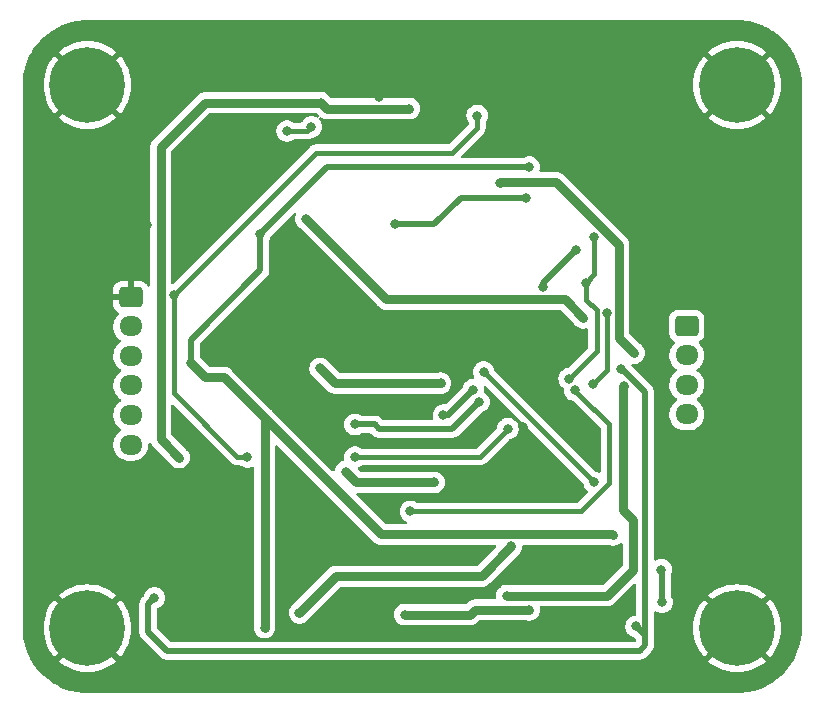
<source format=gbr>
%TF.GenerationSoftware,KiCad,Pcbnew,(6.0.9)*%
%TF.CreationDate,2023-02-07T16:56:13+01:00*%
%TF.ProjectId,driver_stepper_motor,64726976-6572-45f7-9374-65707065725f,2*%
%TF.SameCoordinates,Original*%
%TF.FileFunction,Copper,L2,Bot*%
%TF.FilePolarity,Positive*%
%FSLAX46Y46*%
G04 Gerber Fmt 4.6, Leading zero omitted, Abs format (unit mm)*
G04 Created by KiCad (PCBNEW (6.0.9)) date 2023-02-07 16:56:13*
%MOMM*%
%LPD*%
G01*
G04 APERTURE LIST*
G04 Aperture macros list*
%AMRoundRect*
0 Rectangle with rounded corners*
0 $1 Rounding radius*
0 $2 $3 $4 $5 $6 $7 $8 $9 X,Y pos of 4 corners*
0 Add a 4 corners polygon primitive as box body*
4,1,4,$2,$3,$4,$5,$6,$7,$8,$9,$2,$3,0*
0 Add four circle primitives for the rounded corners*
1,1,$1+$1,$2,$3*
1,1,$1+$1,$4,$5*
1,1,$1+$1,$6,$7*
1,1,$1+$1,$8,$9*
0 Add four rect primitives between the rounded corners*
20,1,$1+$1,$2,$3,$4,$5,0*
20,1,$1+$1,$4,$5,$6,$7,0*
20,1,$1+$1,$6,$7,$8,$9,0*
20,1,$1+$1,$8,$9,$2,$3,0*%
G04 Aperture macros list end*
%TA.AperFunction,ComponentPad*%
%ADD10C,0.800000*%
%TD*%
%TA.AperFunction,ComponentPad*%
%ADD11C,6.400000*%
%TD*%
%TA.AperFunction,ComponentPad*%
%ADD12RoundRect,0.250000X-0.725000X0.600000X-0.725000X-0.600000X0.725000X-0.600000X0.725000X0.600000X0*%
%TD*%
%TA.AperFunction,ComponentPad*%
%ADD13O,1.950000X1.700000*%
%TD*%
%TA.AperFunction,ViaPad*%
%ADD14C,0.800000*%
%TD*%
%TA.AperFunction,Conductor*%
%ADD15C,0.500000*%
%TD*%
%TA.AperFunction,Conductor*%
%ADD16C,0.750000*%
%TD*%
%TA.AperFunction,Conductor*%
%ADD17C,0.400000*%
%TD*%
%TA.AperFunction,Conductor*%
%ADD18C,0.300000*%
%TD*%
G04 APERTURE END LIST*
D10*
%TO.P,H2,1,1*%
%TO.N,GND*%
X62000000Y-133600000D03*
D11*
X62000000Y-136000000D03*
D10*
X62000000Y-138400000D03*
X60302944Y-134302944D03*
X60302944Y-137697056D03*
X64400000Y-136000000D03*
X63697056Y-134302944D03*
X59600000Y-136000000D03*
X63697056Y-137697056D03*
%TD*%
D12*
%TO.P,Alim+UART1,1,Pin_1*%
%TO.N,GND*%
X65675000Y-153950000D03*
D13*
%TO.P,Alim+UART1,2,Pin_2*%
%TO.N,3\u002C3V*%
X65675000Y-156450000D03*
%TO.P,Alim+UART1,3,Pin_3*%
%TO.N,12V*%
X65675000Y-158950000D03*
%TO.P,Alim+UART1,4,Pin_4*%
%TO.N,24V*%
X65675000Y-161450000D03*
%TO.P,Alim+UART1,5,Pin_5*%
%TO.N,Rx*%
X65675000Y-163950000D03*
%TO.P,Alim+UART1,6,Pin_6*%
%TO.N,Tx*%
X65675000Y-166450000D03*
%TD*%
D10*
%TO.P,H4,1,1*%
%TO.N,GND*%
X59600000Y-182000000D03*
X62000000Y-184400000D03*
X63697056Y-183697056D03*
X60302944Y-180302944D03*
D11*
X62000000Y-182000000D03*
D10*
X62000000Y-179600000D03*
X63697056Y-180302944D03*
X64400000Y-182000000D03*
X60302944Y-183697056D03*
%TD*%
D12*
%TO.P,SortieMoteur1,1,Pin_1*%
%TO.N,/Phase_A/A+*%
X112750000Y-156400000D03*
D13*
%TO.P,SortieMoteur1,2,Pin_2*%
%TO.N,/Phase_A/A-*%
X112750000Y-158900000D03*
%TO.P,SortieMoteur1,3,Pin_3*%
%TO.N,/Phase_B/B-*%
X112750000Y-161400000D03*
%TO.P,SortieMoteur1,4,Pin_4*%
%TO.N,/Phase_B/B+*%
X112750000Y-163900000D03*
%TD*%
D10*
%TO.P,H1,1,1*%
%TO.N,GND*%
X117000000Y-133600000D03*
X114600000Y-136000000D03*
X119400000Y-136000000D03*
X115302944Y-134302944D03*
X118697056Y-137697056D03*
D11*
X117000000Y-136000000D03*
D10*
X115302944Y-137697056D03*
X117000000Y-138400000D03*
X118697056Y-134302944D03*
%TD*%
%TO.P,H3,1,1*%
%TO.N,GND*%
X118697056Y-180252944D03*
D11*
X117000000Y-182000000D03*
D10*
X117000000Y-184350000D03*
X119400000Y-181950000D03*
X115302944Y-180252944D03*
X118697056Y-183647056D03*
X117000000Y-179550000D03*
X114600000Y-181950000D03*
X115302944Y-183647056D03*
%TD*%
D14*
%TO.N,GND*%
X81400000Y-150800000D03*
X81900000Y-172900000D03*
X90850000Y-133900000D03*
X98900000Y-164950000D03*
X76550000Y-135750000D03*
X67005200Y-147878800D03*
X86700000Y-137025500D03*
X78750000Y-171100000D03*
X108700000Y-144250000D03*
X106500000Y-175750000D03*
X96000000Y-170200000D03*
%TO.N,NRST*%
X81700000Y-160000000D03*
X91900000Y-161250000D03*
%TO.N,24V*%
X81750000Y-137500000D03*
X89250000Y-138000000D03*
X91350000Y-169650000D03*
X83850000Y-168750000D03*
X69750000Y-167550000D03*
%TO.N,12V*%
X77000000Y-181950000D03*
X99400000Y-142950000D03*
X106500000Y-174100000D03*
X70775000Y-159575000D03*
X76650000Y-148600000D03*
%TO.N,/Phase_A/A+*%
X80500000Y-147350000D03*
X103975000Y-155725000D03*
%TO.N,/Phase_A/A-*%
X96900000Y-144300000D03*
X108300000Y-158700000D03*
%TO.N,/Phase_B/B+*%
X97900000Y-175074500D03*
X79950000Y-180700000D03*
%TO.N,/Phase_B/B-*%
X107400000Y-161500000D03*
X97500000Y-179250000D03*
%TO.N,3\u002C3V*%
X69325000Y-153775000D03*
X97600000Y-165100000D03*
X95000000Y-138600000D03*
X84650000Y-167500000D03*
X75550000Y-167500000D03*
%TO.N,PWMA*%
X100550000Y-153100000D03*
X103350000Y-149950000D03*
%TO.N,PWMA_IN*%
X104200000Y-152750000D03*
X102781115Y-160870817D03*
X104900000Y-148900000D03*
%TO.N,Net-(DrvA2-Pad7)*%
X99100000Y-145550000D03*
X88050000Y-147800000D03*
%TO.N,PWMB*%
X110600000Y-177050000D03*
X110650000Y-179800000D03*
X95550000Y-160300000D03*
X104900000Y-169650000D03*
%TO.N,PWMB_IN*%
X107200000Y-160050000D03*
X108450000Y-181850000D03*
X67675000Y-179425000D03*
%TO.N,Net-(DrvB2-Pad7)*%
X99400000Y-180450000D03*
X88850000Y-180850000D03*
%TO.N,ADC_A*%
X80950000Y-139550000D03*
X78900000Y-139900000D03*
X105950000Y-155350000D03*
X104800000Y-161300000D03*
%TO.N,ADC_B*%
X103250000Y-161850000D03*
X89350000Y-172100000D03*
%TO.N,Rx*%
X84650000Y-164750000D03*
X95150000Y-162850000D03*
%TO.N,Tx*%
X92145000Y-163950500D03*
X94650000Y-161800000D03*
%TD*%
D15*
%TO.N,PWMA*%
X100550000Y-152750000D02*
X103350000Y-149950000D01*
X100550000Y-153100000D02*
X100550000Y-152750000D01*
%TO.N,Rx*%
X86314800Y-164750000D02*
X84650000Y-164750000D01*
X86664800Y-165100000D02*
X86314800Y-164750000D01*
X92900000Y-165100000D02*
X86664800Y-165100000D01*
X95150000Y-162850000D02*
X92900000Y-165100000D01*
D16*
%TO.N,NRST*%
X81700000Y-160000000D02*
X82950000Y-161250000D01*
X82950000Y-161250000D02*
X91900000Y-161250000D01*
%TO.N,24V*%
X84750000Y-169650000D02*
X83850000Y-168750000D01*
X89250000Y-138000000D02*
X82250000Y-138000000D01*
X91350000Y-169650000D02*
X84750000Y-169650000D01*
X71950000Y-137500000D02*
X81750000Y-137500000D01*
X68200000Y-166000000D02*
X68200000Y-141250000D01*
X69750000Y-167550000D02*
X68200000Y-166000000D01*
X82250000Y-138000000D02*
X81750000Y-137500000D01*
X68200000Y-141250000D02*
X71950000Y-137500000D01*
%TO.N,12V*%
X76600000Y-163800000D02*
X77000000Y-164200000D01*
D15*
X70775000Y-157575000D02*
X76650000Y-151700000D01*
D16*
X70775000Y-159575000D02*
X71950000Y-160750000D01*
X77000000Y-164200000D02*
X77000000Y-181950000D01*
X106500000Y-174100000D02*
X106450000Y-174050000D01*
X73550000Y-160750000D02*
X76600000Y-163800000D01*
D15*
X76650000Y-151700000D02*
X76650000Y-148600000D01*
X82300000Y-142950000D02*
X76650000Y-148600000D01*
D16*
X71950000Y-160750000D02*
X73550000Y-160750000D01*
D15*
X70775000Y-159575000D02*
X70775000Y-157575000D01*
D16*
X106450000Y-174050000D02*
X86850000Y-174050000D01*
X86850000Y-174050000D02*
X76600000Y-163800000D01*
D15*
X99400000Y-142950000D02*
X82300000Y-142950000D01*
D16*
%TO.N,/Phase_A/A+*%
X87300000Y-154150000D02*
X80500000Y-147350000D01*
X102400000Y-154150000D02*
X87300000Y-154150000D01*
X103975000Y-155725000D02*
X102400000Y-154150000D01*
%TO.N,/Phase_A/A-*%
X107000000Y-157400000D02*
X107000000Y-149550000D01*
X101700000Y-144250000D02*
X96950000Y-144250000D01*
X96950000Y-144250000D02*
X96900000Y-144300000D01*
X107000000Y-149550000D02*
X101700000Y-144250000D01*
X108300000Y-158700000D02*
X107000000Y-157400000D01*
%TO.N,/Phase_B/B+*%
X83050000Y-177600000D02*
X79950000Y-180700000D01*
X95374500Y-177600000D02*
X83050000Y-177600000D01*
X97900000Y-175074500D02*
X95374500Y-177600000D01*
%TO.N,/Phase_B/B-*%
X108200000Y-177050000D02*
X106000000Y-179250000D01*
X107400000Y-161500000D02*
X107350000Y-161550000D01*
X107350000Y-161550000D02*
X107350000Y-171950000D01*
X108200000Y-172800000D02*
X108200000Y-177050000D01*
X106000000Y-179250000D02*
X97500000Y-179250000D01*
X107350000Y-171950000D02*
X108200000Y-172800000D01*
D17*
%TO.N,3\u002C3V*%
X69325000Y-153775000D02*
X69325000Y-162125000D01*
X95000000Y-139650000D02*
X95000000Y-138600000D01*
X92900000Y-141750000D02*
X95000000Y-139650000D01*
X74700000Y-167500000D02*
X75550000Y-167500000D01*
X84650000Y-167500000D02*
X95200000Y-167500000D01*
X69325000Y-153775000D02*
X81350000Y-141750000D01*
X95200000Y-167500000D02*
X97600000Y-165100000D01*
X81350000Y-141750000D02*
X92900000Y-141750000D01*
X69325000Y-162125000D02*
X74700000Y-167500000D01*
%TO.N,PWMA_IN*%
X104200000Y-152750000D02*
X104200000Y-154200000D01*
X105100000Y-155100000D02*
X105100000Y-158551932D01*
X104200000Y-152750000D02*
X104900000Y-152050000D01*
X105100000Y-158551932D02*
X102781115Y-160870817D01*
X104900000Y-152050000D02*
X104900000Y-148900000D01*
X104200000Y-154200000D02*
X105100000Y-155100000D01*
D15*
%TO.N,Net-(DrvA2-Pad7)*%
X99100000Y-145550000D02*
X93600000Y-145550000D01*
X93600000Y-145550000D02*
X91350000Y-147800000D01*
X91350000Y-147800000D02*
X88050000Y-147800000D01*
D17*
%TO.N,PWMB*%
X104900000Y-169650000D02*
X95550000Y-160300000D01*
D15*
X110650000Y-177100000D02*
X110650000Y-179800000D01*
D17*
X110600000Y-177050000D02*
X110650000Y-177100000D01*
D15*
%TO.N,PWMB_IN*%
X109200000Y-182600000D02*
X109200000Y-162000000D01*
X67150000Y-179950000D02*
X67150000Y-182350000D01*
X109200000Y-183450000D02*
X109200000Y-182600000D01*
X107250000Y-160050000D02*
X107200000Y-160050000D01*
X108750000Y-183900000D02*
X109200000Y-183450000D01*
X67675000Y-179425000D02*
X67150000Y-179950000D01*
X109200000Y-182600000D02*
X108450000Y-181850000D01*
X68700000Y-183900000D02*
X108750000Y-183900000D01*
X67150000Y-182350000D02*
X68700000Y-183900000D01*
X109200000Y-162000000D02*
X107250000Y-160050000D01*
D16*
%TO.N,Net-(DrvB2-Pad7)*%
X94800000Y-180450000D02*
X99400000Y-180450000D01*
X94400000Y-180850000D02*
X94800000Y-180450000D01*
X88850000Y-180850000D02*
X94400000Y-180850000D01*
D17*
%TO.N,ADC_A*%
X105950000Y-160150000D02*
X105950000Y-155350000D01*
X80600000Y-139900000D02*
X78900000Y-139900000D01*
X80950000Y-139550000D02*
X80600000Y-139900000D01*
X104800000Y-161300000D02*
X105950000Y-160150000D01*
%TO.N,ADC_B*%
X106150000Y-164750000D02*
X103550000Y-162150000D01*
D18*
X103550000Y-162150000D02*
X103250000Y-161850000D01*
D17*
X103750000Y-172100000D02*
X106150000Y-169700000D01*
X106150000Y-169700000D02*
X106150000Y-164750000D01*
X89350000Y-172100000D02*
X103750000Y-172100000D01*
%TO.N,Tx*%
X92145000Y-163950500D02*
X92499500Y-163950500D01*
D15*
X92499500Y-163950500D02*
X94650000Y-161800000D01*
%TD*%
%TA.AperFunction,Conductor*%
%TO.N,GND*%
G36*
X116970018Y-130510000D02*
G01*
X116984851Y-130512310D01*
X116984855Y-130512310D01*
X116993724Y-130513691D01*
X117014664Y-130510953D01*
X117036202Y-130509997D01*
X117224026Y-130517766D01*
X117448278Y-130527041D01*
X117458656Y-130527901D01*
X117734674Y-130562307D01*
X117898702Y-130582753D01*
X117908967Y-130584465D01*
X118072054Y-130618661D01*
X118342976Y-130675467D01*
X118353072Y-130678023D01*
X118778101Y-130804561D01*
X118787938Y-130807938D01*
X119201081Y-130969147D01*
X119210581Y-130973314D01*
X119608983Y-131168081D01*
X119618141Y-131173037D01*
X119999085Y-131400030D01*
X120007804Y-131405726D01*
X120368705Y-131663405D01*
X120376923Y-131669801D01*
X120715326Y-131956413D01*
X120722987Y-131963467D01*
X121036533Y-132277013D01*
X121043587Y-132284674D01*
X121330199Y-132623077D01*
X121336595Y-132631295D01*
X121594274Y-132992196D01*
X121599970Y-133000915D01*
X121826963Y-133381859D01*
X121831918Y-133391015D01*
X121921391Y-133574034D01*
X122026682Y-133789411D01*
X122030853Y-133798919D01*
X122192062Y-134212062D01*
X122195439Y-134221899D01*
X122321977Y-134646928D01*
X122324533Y-134657024D01*
X122415534Y-135091030D01*
X122417248Y-135101302D01*
X122472099Y-135541344D01*
X122472959Y-135551722D01*
X122489694Y-135956335D01*
X122488302Y-135980920D01*
X122486309Y-135993724D01*
X122487473Y-136002626D01*
X122487473Y-136002628D01*
X122490436Y-136025283D01*
X122491500Y-136041621D01*
X122491500Y-181950633D01*
X122490000Y-181970018D01*
X122487690Y-181984851D01*
X122487690Y-181984855D01*
X122486309Y-181993724D01*
X122489047Y-182014659D01*
X122490003Y-182036202D01*
X122485984Y-182133365D01*
X122472959Y-182448278D01*
X122472099Y-182458656D01*
X122417248Y-182898698D01*
X122415534Y-182908970D01*
X122324533Y-183342976D01*
X122321977Y-183353072D01*
X122195439Y-183778101D01*
X122192062Y-183787938D01*
X122030853Y-184201081D01*
X122026686Y-184210581D01*
X121864651Y-184542028D01*
X121831919Y-184608983D01*
X121826964Y-184618139D01*
X121803119Y-184658156D01*
X121599970Y-184999085D01*
X121594274Y-185007804D01*
X121336595Y-185368705D01*
X121330199Y-185376923D01*
X121043587Y-185715326D01*
X121036533Y-185722987D01*
X120722987Y-186036533D01*
X120715326Y-186043587D01*
X120376923Y-186330199D01*
X120368705Y-186336595D01*
X120007804Y-186594274D01*
X119999085Y-186599970D01*
X119618141Y-186826963D01*
X119608985Y-186831918D01*
X119210581Y-187026686D01*
X119201081Y-187030853D01*
X118787938Y-187192062D01*
X118778101Y-187195439D01*
X118353072Y-187321977D01*
X118342975Y-187324533D01*
X117908967Y-187415535D01*
X117898702Y-187417247D01*
X117734674Y-187437693D01*
X117458656Y-187472099D01*
X117448278Y-187472959D01*
X117270676Y-187480305D01*
X117043661Y-187489694D01*
X117019080Y-187488302D01*
X117006276Y-187486309D01*
X116997374Y-187487473D01*
X116997372Y-187487473D01*
X116982323Y-187489441D01*
X116974714Y-187490436D01*
X116958379Y-187491500D01*
X62049367Y-187491500D01*
X62029982Y-187490000D01*
X62015149Y-187487690D01*
X62015145Y-187487690D01*
X62006276Y-187486309D01*
X61985336Y-187489047D01*
X61963798Y-187490003D01*
X61775974Y-187482234D01*
X61551722Y-187472959D01*
X61541344Y-187472099D01*
X61265326Y-187437693D01*
X61101298Y-187417247D01*
X61091033Y-187415535D01*
X60657025Y-187324533D01*
X60646928Y-187321977D01*
X60221899Y-187195439D01*
X60212062Y-187192062D01*
X59798919Y-187030853D01*
X59789419Y-187026686D01*
X59391015Y-186831918D01*
X59381859Y-186826963D01*
X59000915Y-186599970D01*
X58992196Y-186594274D01*
X58631295Y-186336595D01*
X58623077Y-186330199D01*
X58284674Y-186043587D01*
X58277013Y-186036533D01*
X57963467Y-185722987D01*
X57956413Y-185715326D01*
X57669801Y-185376923D01*
X57663405Y-185368705D01*
X57405726Y-185007804D01*
X57400030Y-184999085D01*
X57279844Y-184797386D01*
X59567759Y-184797386D01*
X59575216Y-184807753D01*
X59814935Y-185001874D01*
X59820272Y-185005751D01*
X60140685Y-185213830D01*
X60146394Y-185217127D01*
X60486811Y-185390578D01*
X60492836Y-185393260D01*
X60849502Y-185530171D01*
X60855784Y-185532212D01*
X61224816Y-185631094D01*
X61231266Y-185632465D01*
X61608629Y-185692234D01*
X61615167Y-185692920D01*
X61996699Y-185712916D01*
X62003301Y-185712916D01*
X62384833Y-185692920D01*
X62391371Y-185692234D01*
X62768734Y-185632465D01*
X62775184Y-185631094D01*
X63144216Y-185532212D01*
X63150498Y-185530171D01*
X63507164Y-185393260D01*
X63513189Y-185390578D01*
X63853606Y-185217127D01*
X63859315Y-185213830D01*
X64179728Y-185005751D01*
X64185065Y-185001874D01*
X64423835Y-184808522D01*
X64431527Y-184797386D01*
X114567759Y-184797386D01*
X114575216Y-184807753D01*
X114814935Y-185001874D01*
X114820272Y-185005751D01*
X115140685Y-185213830D01*
X115146394Y-185217127D01*
X115486811Y-185390578D01*
X115492836Y-185393260D01*
X115849502Y-185530171D01*
X115855784Y-185532212D01*
X116224816Y-185631094D01*
X116231266Y-185632465D01*
X116608629Y-185692234D01*
X116615167Y-185692920D01*
X116996699Y-185712916D01*
X117003301Y-185712916D01*
X117384833Y-185692920D01*
X117391371Y-185692234D01*
X117768734Y-185632465D01*
X117775184Y-185631094D01*
X118144216Y-185532212D01*
X118150498Y-185530171D01*
X118507164Y-185393260D01*
X118513189Y-185390578D01*
X118853606Y-185217127D01*
X118859315Y-185213830D01*
X119179728Y-185005751D01*
X119185065Y-185001874D01*
X119423835Y-184808522D01*
X119432300Y-184796267D01*
X119425966Y-184785176D01*
X117012812Y-182372022D01*
X116998868Y-182364408D01*
X116997035Y-182364539D01*
X116990420Y-182368790D01*
X114574900Y-184784310D01*
X114567759Y-184797386D01*
X64431527Y-184797386D01*
X64432300Y-184796267D01*
X64425966Y-184785176D01*
X62012812Y-182372022D01*
X61998868Y-182364408D01*
X61997035Y-182364539D01*
X61990420Y-182368790D01*
X59574900Y-184784310D01*
X59567759Y-184797386D01*
X57279844Y-184797386D01*
X57196881Y-184658156D01*
X57173036Y-184618139D01*
X57168081Y-184608983D01*
X57135349Y-184542028D01*
X56973314Y-184210581D01*
X56969147Y-184201081D01*
X56807938Y-183787938D01*
X56804561Y-183778101D01*
X56678023Y-183353072D01*
X56675467Y-183342976D01*
X56584466Y-182908970D01*
X56582752Y-182898698D01*
X56527901Y-182458656D01*
X56527041Y-182448278D01*
X56510462Y-182047439D01*
X56512100Y-182021329D01*
X56512769Y-182017351D01*
X56512770Y-182017345D01*
X56513576Y-182012552D01*
X56513689Y-182003301D01*
X58287084Y-182003301D01*
X58307080Y-182384833D01*
X58307766Y-182391371D01*
X58367535Y-182768734D01*
X58368906Y-182775184D01*
X58467788Y-183144216D01*
X58469829Y-183150498D01*
X58606740Y-183507164D01*
X58609422Y-183513189D01*
X58782872Y-183853603D01*
X58786169Y-183859313D01*
X58994253Y-184179735D01*
X58998123Y-184185061D01*
X59191478Y-184423835D01*
X59203733Y-184432300D01*
X59214824Y-184425966D01*
X61627978Y-182012812D01*
X61634356Y-182001132D01*
X62364408Y-182001132D01*
X62364539Y-182002965D01*
X62368790Y-182009580D01*
X64784310Y-184425100D01*
X64797386Y-184432241D01*
X64807753Y-184424784D01*
X65001877Y-184185061D01*
X65005747Y-184179735D01*
X65213831Y-183859313D01*
X65217128Y-183853603D01*
X65390578Y-183513189D01*
X65393260Y-183507164D01*
X65530171Y-183150498D01*
X65532212Y-183144216D01*
X65631094Y-182775184D01*
X65632465Y-182768734D01*
X65692234Y-182391371D01*
X65692920Y-182384833D01*
X65712916Y-182003301D01*
X65712916Y-181996699D01*
X65692920Y-181615167D01*
X65692234Y-181608629D01*
X65632465Y-181231266D01*
X65631094Y-181224816D01*
X65532212Y-180855784D01*
X65530171Y-180849502D01*
X65393260Y-180492836D01*
X65390578Y-180486811D01*
X65217128Y-180146397D01*
X65213831Y-180140687D01*
X65005747Y-179820265D01*
X65001877Y-179814939D01*
X64808522Y-179576165D01*
X64796267Y-179567700D01*
X64785176Y-179574034D01*
X62372022Y-181987188D01*
X62364408Y-182001132D01*
X61634356Y-182001132D01*
X61635592Y-181998868D01*
X61635461Y-181997035D01*
X61631210Y-181990420D01*
X59215690Y-179574900D01*
X59202614Y-179567759D01*
X59192247Y-179575216D01*
X58998123Y-179814939D01*
X58994253Y-179820265D01*
X58786169Y-180140687D01*
X58782872Y-180146397D01*
X58609422Y-180486811D01*
X58606740Y-180492836D01*
X58469829Y-180849502D01*
X58467788Y-180855784D01*
X58368906Y-181224816D01*
X58367535Y-181231266D01*
X58307766Y-181608629D01*
X58307080Y-181615167D01*
X58287084Y-181996699D01*
X58287084Y-182003301D01*
X56513689Y-182003301D01*
X56513729Y-182000000D01*
X56509773Y-181972376D01*
X56508500Y-181954514D01*
X56508500Y-179203733D01*
X59567700Y-179203733D01*
X59574034Y-179214824D01*
X61987188Y-181627978D01*
X62001132Y-181635592D01*
X62002965Y-181635461D01*
X62009580Y-181631210D01*
X64425100Y-179215690D01*
X64432241Y-179202614D01*
X64424784Y-179192247D01*
X64185065Y-178998126D01*
X64179728Y-178994249D01*
X63859315Y-178786170D01*
X63853606Y-178782873D01*
X63513189Y-178609422D01*
X63507164Y-178606740D01*
X63150498Y-178469829D01*
X63144216Y-178467788D01*
X62775184Y-178368906D01*
X62768734Y-178367535D01*
X62391371Y-178307766D01*
X62384833Y-178307080D01*
X62003301Y-178287084D01*
X61996699Y-178287084D01*
X61615167Y-178307080D01*
X61608629Y-178307766D01*
X61231266Y-178367535D01*
X61224816Y-178368906D01*
X60855784Y-178467788D01*
X60849502Y-178469829D01*
X60492836Y-178606740D01*
X60486811Y-178609422D01*
X60146397Y-178782872D01*
X60140687Y-178786169D01*
X59820265Y-178994253D01*
X59814939Y-178998123D01*
X59576165Y-179191478D01*
X59567700Y-179203733D01*
X56508500Y-179203733D01*
X56508500Y-166385774D01*
X64188102Y-166385774D01*
X64188302Y-166391103D01*
X64188302Y-166391105D01*
X64196371Y-166606031D01*
X64196751Y-166616158D01*
X64244093Y-166841791D01*
X64246051Y-166846750D01*
X64246052Y-166846752D01*
X64257621Y-166876045D01*
X64328776Y-167056221D01*
X64448377Y-167253317D01*
X64451874Y-167257347D01*
X64538438Y-167357103D01*
X64599477Y-167427445D01*
X64603608Y-167430832D01*
X64773627Y-167570240D01*
X64773633Y-167570244D01*
X64777755Y-167573624D01*
X64782391Y-167576263D01*
X64782394Y-167576265D01*
X64891422Y-167638327D01*
X64978114Y-167687675D01*
X65194825Y-167766337D01*
X65200074Y-167767286D01*
X65200077Y-167767287D01*
X65417608Y-167806623D01*
X65417615Y-167806624D01*
X65421692Y-167807361D01*
X65439414Y-167808197D01*
X65444356Y-167808430D01*
X65444363Y-167808430D01*
X65445844Y-167808500D01*
X65857890Y-167808500D01*
X65924809Y-167802822D01*
X66024409Y-167794371D01*
X66024413Y-167794370D01*
X66029720Y-167793920D01*
X66034875Y-167792582D01*
X66034881Y-167792581D01*
X66247703Y-167737343D01*
X66247707Y-167737342D01*
X66252872Y-167736001D01*
X66257738Y-167733809D01*
X66257741Y-167733808D01*
X66458202Y-167643507D01*
X66463075Y-167641312D01*
X66654319Y-167512559D01*
X66660603Y-167506565D01*
X66817278Y-167357103D01*
X66821135Y-167353424D01*
X66958754Y-167168458D01*
X67063240Y-166962949D01*
X67099321Y-166846752D01*
X67130024Y-166747871D01*
X67131607Y-166742773D01*
X67134310Y-166722382D01*
X67161198Y-166519511D01*
X67161198Y-166519506D01*
X67161898Y-166514226D01*
X67161149Y-166494259D01*
X67159069Y-166438867D01*
X67176501Y-166370044D01*
X67228375Y-166321571D01*
X67298220Y-166308838D01*
X67363862Y-166335887D01*
X67394099Y-166371140D01*
X67421654Y-166418867D01*
X67424787Y-166424637D01*
X67454953Y-166483839D01*
X67459109Y-166488971D01*
X67463391Y-166494259D01*
X67474589Y-166510552D01*
X67481296Y-166522169D01*
X67485713Y-166527075D01*
X67485717Y-166527080D01*
X67525747Y-166571538D01*
X67530031Y-166576554D01*
X67540441Y-166589409D01*
X67542528Y-166591986D01*
X67556573Y-166606031D01*
X67561114Y-166610816D01*
X67605566Y-166660185D01*
X67616426Y-166668075D01*
X67631454Y-166680912D01*
X68962994Y-168012452D01*
X68983018Y-168038547D01*
X69010960Y-168086944D01*
X69015378Y-168091851D01*
X69015379Y-168091852D01*
X69124512Y-168213056D01*
X69138747Y-168228866D01*
X69293248Y-168341118D01*
X69299276Y-168343802D01*
X69299278Y-168343803D01*
X69444591Y-168408500D01*
X69467712Y-168418794D01*
X69561112Y-168438647D01*
X69648056Y-168457128D01*
X69648061Y-168457128D01*
X69654513Y-168458500D01*
X69845487Y-168458500D01*
X69851939Y-168457128D01*
X69851944Y-168457128D01*
X69938888Y-168438647D01*
X70032288Y-168418794D01*
X70055409Y-168408500D01*
X70200722Y-168343803D01*
X70200724Y-168343802D01*
X70206752Y-168341118D01*
X70361253Y-168228866D01*
X70375488Y-168213056D01*
X70484621Y-168091852D01*
X70484622Y-168091851D01*
X70489040Y-168086944D01*
X70584527Y-167921556D01*
X70643542Y-167739928D01*
X70647459Y-167702666D01*
X70662814Y-167556565D01*
X70663504Y-167550000D01*
X70643542Y-167360072D01*
X70584527Y-167178444D01*
X70489040Y-167013056D01*
X70449169Y-166968774D01*
X70365675Y-166876045D01*
X70365674Y-166876044D01*
X70361253Y-166871134D01*
X70220578Y-166768927D01*
X70205545Y-166756087D01*
X69120405Y-165670947D01*
X69086379Y-165608635D01*
X69083500Y-165581852D01*
X69083500Y-163189660D01*
X69103502Y-163121539D01*
X69157158Y-163075046D01*
X69227432Y-163064942D01*
X69292012Y-163094436D01*
X69298595Y-163100565D01*
X74178550Y-167980520D01*
X74184404Y-167986785D01*
X74222439Y-168030385D01*
X74274719Y-168067128D01*
X74280014Y-168071061D01*
X74330282Y-168110476D01*
X74337198Y-168113599D01*
X74339484Y-168114983D01*
X74354165Y-168123357D01*
X74356525Y-168124622D01*
X74362739Y-168128990D01*
X74369818Y-168131750D01*
X74369820Y-168131751D01*
X74422275Y-168152202D01*
X74428344Y-168154753D01*
X74486573Y-168181045D01*
X74494040Y-168182429D01*
X74496595Y-168183230D01*
X74512848Y-168187859D01*
X74515428Y-168188522D01*
X74522509Y-168191282D01*
X74530040Y-168192273D01*
X74530042Y-168192274D01*
X74559661Y-168196173D01*
X74585861Y-168199622D01*
X74592359Y-168200652D01*
X74655186Y-168212296D01*
X74662766Y-168211859D01*
X74662767Y-168211859D01*
X74717392Y-168208709D01*
X74724646Y-168208500D01*
X74938595Y-168208500D01*
X75006716Y-168228502D01*
X75012656Y-168232564D01*
X75093248Y-168291118D01*
X75099276Y-168293802D01*
X75099278Y-168293803D01*
X75261681Y-168366109D01*
X75267712Y-168368794D01*
X75342680Y-168384729D01*
X75448056Y-168407128D01*
X75448061Y-168407128D01*
X75454513Y-168408500D01*
X75645487Y-168408500D01*
X75651939Y-168407128D01*
X75651944Y-168407128D01*
X75757320Y-168384729D01*
X75832288Y-168368794D01*
X75851672Y-168360164D01*
X75892821Y-168341843D01*
X75939252Y-168321171D01*
X76009618Y-168311737D01*
X76073915Y-168341843D01*
X76111729Y-168401932D01*
X76116500Y-168436278D01*
X76116500Y-181709210D01*
X76110333Y-181748146D01*
X76106458Y-181760072D01*
X76086496Y-181950000D01*
X76087186Y-181956565D01*
X76096608Y-182046206D01*
X76106458Y-182139928D01*
X76165473Y-182321556D01*
X76260960Y-182486944D01*
X76265378Y-182491851D01*
X76265379Y-182491852D01*
X76272389Y-182499637D01*
X76388747Y-182628866D01*
X76543248Y-182741118D01*
X76549276Y-182743802D01*
X76549278Y-182743803D01*
X76711681Y-182816109D01*
X76717712Y-182818794D01*
X76785487Y-182833200D01*
X76898056Y-182857128D01*
X76898061Y-182857128D01*
X76904513Y-182858500D01*
X77095487Y-182858500D01*
X77101939Y-182857128D01*
X77101944Y-182857128D01*
X77214513Y-182833200D01*
X77282288Y-182818794D01*
X77288319Y-182816109D01*
X77450722Y-182743803D01*
X77450724Y-182743802D01*
X77456752Y-182741118D01*
X77611253Y-182628866D01*
X77727611Y-182499637D01*
X77734621Y-182491852D01*
X77734622Y-182491851D01*
X77739040Y-182486944D01*
X77834527Y-182321556D01*
X77893542Y-182139928D01*
X77903393Y-182046206D01*
X77912814Y-181956565D01*
X77913504Y-181950000D01*
X77893542Y-181760072D01*
X77889667Y-181748146D01*
X77883500Y-181709210D01*
X77883500Y-166637148D01*
X77903502Y-166569027D01*
X77957158Y-166522534D01*
X78027432Y-166512430D01*
X78092012Y-166541924D01*
X78098595Y-166548053D01*
X86169088Y-174618546D01*
X86181925Y-174633574D01*
X86189815Y-174644434D01*
X86194725Y-174648855D01*
X86194726Y-174648856D01*
X86239184Y-174688886D01*
X86243969Y-174693427D01*
X86258014Y-174707472D01*
X86260588Y-174709556D01*
X86260591Y-174709559D01*
X86273446Y-174719969D01*
X86278462Y-174724253D01*
X86322920Y-174764283D01*
X86322925Y-174764287D01*
X86327831Y-174768704D01*
X86339097Y-174775209D01*
X86339448Y-174775411D01*
X86355741Y-174786609D01*
X86366161Y-174795047D01*
X86425363Y-174825213D01*
X86431133Y-174828346D01*
X86482945Y-174858260D01*
X86482950Y-174858262D01*
X86488669Y-174861564D01*
X86494949Y-174863605D01*
X86494957Y-174863608D01*
X86501421Y-174865708D01*
X86519683Y-174873272D01*
X86525749Y-174876363D01*
X86525758Y-174876366D01*
X86531637Y-174879362D01*
X86538015Y-174881071D01*
X86595804Y-174896556D01*
X86602106Y-174898422D01*
X86665298Y-174918954D01*
X86678205Y-174920311D01*
X86678628Y-174920355D01*
X86698071Y-174923958D01*
X86711029Y-174927430D01*
X86717619Y-174927775D01*
X86717623Y-174927776D01*
X86761573Y-174930079D01*
X86777372Y-174930907D01*
X86783931Y-174931423D01*
X86803694Y-174933500D01*
X86823555Y-174933500D01*
X86830150Y-174933673D01*
X86889902Y-174936805D01*
X86889906Y-174936805D01*
X86896493Y-174937150D01*
X86909747Y-174935051D01*
X86929456Y-174933500D01*
X96487352Y-174933500D01*
X96555473Y-174953502D01*
X96601966Y-175007158D01*
X96612070Y-175077432D01*
X96582576Y-175142012D01*
X96576447Y-175148595D01*
X95045447Y-176679595D01*
X94983135Y-176713621D01*
X94956352Y-176716500D01*
X83129457Y-176716500D01*
X83109745Y-176714949D01*
X83103008Y-176713882D01*
X83103009Y-176713882D01*
X83096493Y-176712850D01*
X83089906Y-176713195D01*
X83089902Y-176713195D01*
X83030150Y-176716327D01*
X83023555Y-176716500D01*
X83003694Y-176716500D01*
X82983931Y-176718577D01*
X82977372Y-176719093D01*
X82961573Y-176719921D01*
X82917623Y-176722224D01*
X82917619Y-176722225D01*
X82911029Y-176722570D01*
X82898071Y-176726042D01*
X82878628Y-176729645D01*
X82865298Y-176731046D01*
X82802106Y-176751578D01*
X82795804Y-176753444D01*
X82742328Y-176767773D01*
X82731637Y-176770638D01*
X82725758Y-176773634D01*
X82725749Y-176773637D01*
X82719683Y-176776728D01*
X82701421Y-176784292D01*
X82694957Y-176786392D01*
X82694949Y-176786395D01*
X82688669Y-176788436D01*
X82682950Y-176791738D01*
X82682945Y-176791740D01*
X82631133Y-176821654D01*
X82625363Y-176824787D01*
X82566161Y-176854953D01*
X82561029Y-176859109D01*
X82555741Y-176863391D01*
X82539448Y-176874589D01*
X82527831Y-176881296D01*
X82522925Y-176885713D01*
X82522920Y-176885717D01*
X82478462Y-176925747D01*
X82473446Y-176930031D01*
X82460591Y-176940441D01*
X82458014Y-176942528D01*
X82443969Y-176956573D01*
X82439184Y-176961114D01*
X82389815Y-177005566D01*
X82381925Y-177016426D01*
X82369088Y-177031454D01*
X79494455Y-179906087D01*
X79479422Y-179918927D01*
X79338747Y-180021134D01*
X79334326Y-180026044D01*
X79334325Y-180026045D01*
X79237417Y-180133673D01*
X79210960Y-180163056D01*
X79115473Y-180328444D01*
X79056458Y-180510072D01*
X79055768Y-180516633D01*
X79055768Y-180516635D01*
X79042810Y-180639928D01*
X79036496Y-180700000D01*
X79056458Y-180889928D01*
X79115473Y-181071556D01*
X79210960Y-181236944D01*
X79215378Y-181241851D01*
X79215379Y-181241852D01*
X79319174Y-181357128D01*
X79338747Y-181378866D01*
X79493248Y-181491118D01*
X79499276Y-181493802D01*
X79499278Y-181493803D01*
X79586753Y-181532749D01*
X79667712Y-181568794D01*
X79751525Y-181586609D01*
X79848056Y-181607128D01*
X79848061Y-181607128D01*
X79854513Y-181608500D01*
X80045487Y-181608500D01*
X80051939Y-181607128D01*
X80051944Y-181607128D01*
X80148475Y-181586609D01*
X80232288Y-181568794D01*
X80313247Y-181532749D01*
X80400722Y-181493803D01*
X80400724Y-181493802D01*
X80406752Y-181491118D01*
X80561253Y-181378866D01*
X80580826Y-181357128D01*
X80684621Y-181241852D01*
X80684622Y-181241851D01*
X80689040Y-181236944D01*
X80716982Y-181188547D01*
X80737006Y-181162452D01*
X83379053Y-178520405D01*
X83441365Y-178486379D01*
X83468148Y-178483500D01*
X95295043Y-178483500D01*
X95314755Y-178485051D01*
X95328007Y-178487150D01*
X95334594Y-178486805D01*
X95334598Y-178486805D01*
X95394350Y-178483673D01*
X95400945Y-178483500D01*
X95420806Y-178483500D01*
X95440569Y-178481423D01*
X95447128Y-178480907D01*
X95462927Y-178480079D01*
X95506877Y-178477776D01*
X95506881Y-178477775D01*
X95513471Y-178477430D01*
X95526429Y-178473958D01*
X95545872Y-178470355D01*
X95546295Y-178470311D01*
X95559202Y-178468954D01*
X95622394Y-178448422D01*
X95628696Y-178446556D01*
X95686485Y-178431071D01*
X95692863Y-178429362D01*
X95698742Y-178426366D01*
X95698751Y-178426363D01*
X95704817Y-178423272D01*
X95723079Y-178415708D01*
X95729543Y-178413608D01*
X95729551Y-178413605D01*
X95735831Y-178411564D01*
X95741550Y-178408262D01*
X95741555Y-178408260D01*
X95793367Y-178378346D01*
X95799137Y-178375213D01*
X95858339Y-178345047D01*
X95868759Y-178336609D01*
X95885052Y-178325411D01*
X95885403Y-178325209D01*
X95896669Y-178318704D01*
X95901575Y-178314287D01*
X95901580Y-178314283D01*
X95946038Y-178274253D01*
X95951054Y-178269969D01*
X95963909Y-178259559D01*
X95963912Y-178259556D01*
X95966486Y-178257472D01*
X95980531Y-178243427D01*
X95985316Y-178238886D01*
X96029774Y-178198856D01*
X96029775Y-178198855D01*
X96034685Y-178194434D01*
X96042575Y-178183574D01*
X96055412Y-178168546D01*
X98355545Y-175868413D01*
X98370579Y-175855572D01*
X98511253Y-175753366D01*
X98639040Y-175611444D01*
X98734527Y-175446056D01*
X98793542Y-175264428D01*
X98813504Y-175074500D01*
X98812814Y-175067935D01*
X98812814Y-175061329D01*
X98815384Y-175061329D01*
X98826091Y-175002818D01*
X98874600Y-174950977D01*
X98938622Y-174933500D01*
X106111657Y-174933500D01*
X106162905Y-174944393D01*
X106211677Y-174966108D01*
X106211685Y-174966111D01*
X106217712Y-174968794D01*
X106311112Y-174988647D01*
X106398056Y-175007128D01*
X106398061Y-175007128D01*
X106404513Y-175008500D01*
X106595487Y-175008500D01*
X106601939Y-175007128D01*
X106601944Y-175007128D01*
X106688888Y-174988647D01*
X106782288Y-174968794D01*
X106855680Y-174936118D01*
X106950722Y-174893803D01*
X106950724Y-174893802D01*
X106956752Y-174891118D01*
X106970581Y-174881071D01*
X107084858Y-174798043D01*
X107111253Y-174778866D01*
X107111900Y-174779757D01*
X107170190Y-174751780D01*
X107240644Y-174760540D01*
X107295178Y-174806000D01*
X107316500Y-174876132D01*
X107316500Y-176631853D01*
X107296498Y-176699974D01*
X107279595Y-176720948D01*
X105670947Y-178329595D01*
X105608635Y-178363621D01*
X105581852Y-178366500D01*
X97726347Y-178366500D01*
X97700150Y-178363747D01*
X97601944Y-178342872D01*
X97601939Y-178342872D01*
X97595487Y-178341500D01*
X97404513Y-178341500D01*
X97398061Y-178342872D01*
X97398056Y-178342872D01*
X97311113Y-178361353D01*
X97217712Y-178381206D01*
X97211682Y-178383891D01*
X97211681Y-178383891D01*
X97049278Y-178456197D01*
X97049276Y-178456198D01*
X97043248Y-178458882D01*
X97037907Y-178462762D01*
X97037906Y-178462763D01*
X96987843Y-178499136D01*
X96888747Y-178571134D01*
X96884326Y-178576044D01*
X96884325Y-178576045D01*
X96832249Y-178633882D01*
X96760960Y-178713056D01*
X96665473Y-178878444D01*
X96606458Y-179060072D01*
X96586496Y-179250000D01*
X96604650Y-179422721D01*
X96605134Y-179427330D01*
X96592362Y-179497168D01*
X96543860Y-179549015D01*
X96479824Y-179566500D01*
X94879450Y-179566500D01*
X94859739Y-179564949D01*
X94853009Y-179563883D01*
X94846493Y-179562851D01*
X94839906Y-179563196D01*
X94839901Y-179563196D01*
X94780168Y-179566327D01*
X94773574Y-179566500D01*
X94753694Y-179566500D01*
X94750420Y-179566844D01*
X94750421Y-179566844D01*
X94733920Y-179568578D01*
X94727346Y-179569095D01*
X94667627Y-179572225D01*
X94667626Y-179572225D01*
X94661028Y-179572571D01*
X94654646Y-179574281D01*
X94654639Y-179574282D01*
X94648069Y-179576042D01*
X94628635Y-179579644D01*
X94621870Y-179580355D01*
X94621869Y-179580355D01*
X94615298Y-179581046D01*
X94552122Y-179601573D01*
X94545803Y-179603445D01*
X94488013Y-179618929D01*
X94488008Y-179618931D01*
X94481637Y-179620638D01*
X94475756Y-179623634D01*
X94475752Y-179623636D01*
X94469683Y-179626728D01*
X94451421Y-179634292D01*
X94444949Y-179636395D01*
X94444945Y-179636397D01*
X94438669Y-179638436D01*
X94432953Y-179641736D01*
X94432951Y-179641737D01*
X94381135Y-179671653D01*
X94375351Y-179674794D01*
X94316160Y-179704953D01*
X94311029Y-179709108D01*
X94305737Y-179713393D01*
X94289451Y-179724587D01*
X94277831Y-179731296D01*
X94272923Y-179735715D01*
X94272919Y-179735718D01*
X94228464Y-179775745D01*
X94223458Y-179780021D01*
X94208014Y-179792528D01*
X94193969Y-179806573D01*
X94189184Y-179811114D01*
X94145825Y-179850155D01*
X94139815Y-179855566D01*
X94131925Y-179866426D01*
X94119088Y-179881454D01*
X94070947Y-179929595D01*
X94008635Y-179963621D01*
X93981852Y-179966500D01*
X89076347Y-179966500D01*
X89050150Y-179963747D01*
X88951944Y-179942872D01*
X88951939Y-179942872D01*
X88945487Y-179941500D01*
X88754513Y-179941500D01*
X88748061Y-179942872D01*
X88748056Y-179942872D01*
X88661113Y-179961353D01*
X88567712Y-179981206D01*
X88561682Y-179983891D01*
X88561681Y-179983891D01*
X88399278Y-180056197D01*
X88399276Y-180056198D01*
X88393248Y-180058882D01*
X88387907Y-180062762D01*
X88387906Y-180062763D01*
X88341394Y-180096556D01*
X88238747Y-180171134D01*
X88234326Y-180176044D01*
X88234325Y-180176045D01*
X88128304Y-180293794D01*
X88110960Y-180313056D01*
X88015473Y-180478444D01*
X87956458Y-180660072D01*
X87955768Y-180666633D01*
X87955768Y-180666635D01*
X87943697Y-180781488D01*
X87936496Y-180850000D01*
X87956458Y-181039928D01*
X88015473Y-181221556D01*
X88110960Y-181386944D01*
X88115378Y-181391851D01*
X88115379Y-181391852D01*
X88207176Y-181493803D01*
X88238747Y-181528866D01*
X88393248Y-181641118D01*
X88399276Y-181643802D01*
X88399278Y-181643803D01*
X88561681Y-181716109D01*
X88567712Y-181718794D01*
X88637712Y-181733673D01*
X88748056Y-181757128D01*
X88748061Y-181757128D01*
X88754513Y-181758500D01*
X88945487Y-181758500D01*
X88951939Y-181757128D01*
X88951944Y-181757128D01*
X89050150Y-181736253D01*
X89076347Y-181733500D01*
X94320543Y-181733500D01*
X94340255Y-181735051D01*
X94353507Y-181737150D01*
X94360094Y-181736805D01*
X94360098Y-181736805D01*
X94419850Y-181733673D01*
X94426445Y-181733500D01*
X94446306Y-181733500D01*
X94466069Y-181731423D01*
X94472628Y-181730907D01*
X94488427Y-181730079D01*
X94532377Y-181727776D01*
X94532381Y-181727775D01*
X94538971Y-181727430D01*
X94551929Y-181723958D01*
X94571372Y-181720355D01*
X94571795Y-181720311D01*
X94584702Y-181718954D01*
X94647894Y-181698422D01*
X94654196Y-181696556D01*
X94711985Y-181681071D01*
X94718363Y-181679362D01*
X94724242Y-181676366D01*
X94724251Y-181676363D01*
X94730317Y-181673272D01*
X94748579Y-181665708D01*
X94755043Y-181663608D01*
X94755051Y-181663605D01*
X94761331Y-181661564D01*
X94767050Y-181658262D01*
X94767055Y-181658260D01*
X94818867Y-181628346D01*
X94824637Y-181625213D01*
X94883839Y-181595047D01*
X94894259Y-181586609D01*
X94910552Y-181575411D01*
X94910903Y-181575209D01*
X94922169Y-181568704D01*
X94927075Y-181564287D01*
X94927080Y-181564283D01*
X94971538Y-181524253D01*
X94976554Y-181519969D01*
X94989409Y-181509559D01*
X94989412Y-181509556D01*
X94991986Y-181507472D01*
X95006031Y-181493427D01*
X95010816Y-181488886D01*
X95055274Y-181448856D01*
X95055275Y-181448855D01*
X95060185Y-181444434D01*
X95068075Y-181433574D01*
X95080912Y-181418546D01*
X95129053Y-181370405D01*
X95191365Y-181336379D01*
X95218148Y-181333500D01*
X99173653Y-181333500D01*
X99199850Y-181336253D01*
X99298056Y-181357128D01*
X99298061Y-181357128D01*
X99304513Y-181358500D01*
X99495487Y-181358500D01*
X99501939Y-181357128D01*
X99501944Y-181357128D01*
X99588887Y-181338647D01*
X99682288Y-181318794D01*
X99695176Y-181313056D01*
X99850722Y-181243803D01*
X99850724Y-181243802D01*
X99856752Y-181241118D01*
X100011253Y-181128866D01*
X100074267Y-181058882D01*
X100134621Y-180991852D01*
X100134622Y-180991851D01*
X100139040Y-180986944D01*
X100214315Y-180856565D01*
X100231223Y-180827279D01*
X100231224Y-180827278D01*
X100234527Y-180821556D01*
X100293542Y-180639928D01*
X100306501Y-180516635D01*
X100312814Y-180456565D01*
X100313504Y-180450000D01*
X100294866Y-180272670D01*
X100307638Y-180202832D01*
X100356140Y-180150985D01*
X100420176Y-180133500D01*
X105920543Y-180133500D01*
X105940255Y-180135051D01*
X105953507Y-180137150D01*
X105960094Y-180136805D01*
X105960098Y-180136805D01*
X106019850Y-180133673D01*
X106026445Y-180133500D01*
X106046306Y-180133500D01*
X106066069Y-180131423D01*
X106072628Y-180130907D01*
X106088427Y-180130079D01*
X106132377Y-180127776D01*
X106132381Y-180127775D01*
X106138971Y-180127430D01*
X106151929Y-180123958D01*
X106171372Y-180120355D01*
X106171795Y-180120311D01*
X106184702Y-180118954D01*
X106247894Y-180098422D01*
X106254196Y-180096556D01*
X106311985Y-180081071D01*
X106318363Y-180079362D01*
X106324242Y-180076366D01*
X106324251Y-180076363D01*
X106330317Y-180073272D01*
X106348579Y-180065708D01*
X106355043Y-180063608D01*
X106355051Y-180063605D01*
X106361331Y-180061564D01*
X106367050Y-180058262D01*
X106367055Y-180058260D01*
X106418867Y-180028346D01*
X106424637Y-180025213D01*
X106483839Y-179995047D01*
X106494259Y-179986609D01*
X106510552Y-179975411D01*
X106510903Y-179975209D01*
X106522169Y-179968704D01*
X106527075Y-179964287D01*
X106527080Y-179964283D01*
X106571538Y-179924253D01*
X106576554Y-179919969D01*
X106589409Y-179909559D01*
X106589412Y-179909556D01*
X106591986Y-179907472D01*
X106606031Y-179893427D01*
X106610816Y-179888886D01*
X106655274Y-179848856D01*
X106655275Y-179848855D01*
X106660185Y-179844434D01*
X106668075Y-179833574D01*
X106680912Y-179818546D01*
X107451737Y-179047721D01*
X108226405Y-178273052D01*
X108288717Y-178239027D01*
X108359532Y-178244091D01*
X108416368Y-178286638D01*
X108441179Y-178353158D01*
X108441500Y-178362147D01*
X108441500Y-180820977D01*
X108421498Y-180889098D01*
X108367842Y-180935591D01*
X108341697Y-180944224D01*
X108304172Y-180952200D01*
X108167712Y-180981206D01*
X108161682Y-180983891D01*
X108161681Y-180983891D01*
X107999278Y-181056197D01*
X107999276Y-181056198D01*
X107993248Y-181058882D01*
X107838747Y-181171134D01*
X107834326Y-181176044D01*
X107834325Y-181176045D01*
X107773316Y-181243803D01*
X107710960Y-181313056D01*
X107615473Y-181478444D01*
X107556458Y-181660072D01*
X107555768Y-181666633D01*
X107555768Y-181666635D01*
X107546257Y-181757128D01*
X107536496Y-181850000D01*
X107537186Y-181856565D01*
X107554377Y-182020125D01*
X107556458Y-182039928D01*
X107615473Y-182221556D01*
X107710960Y-182386944D01*
X107715378Y-182391851D01*
X107715379Y-182391852D01*
X107801000Y-182486944D01*
X107838747Y-182528866D01*
X107900844Y-182573982D01*
X107976385Y-182628866D01*
X107993248Y-182641118D01*
X107999276Y-182643802D01*
X107999278Y-182643803D01*
X108121138Y-182698058D01*
X108167712Y-182718794D01*
X108174167Y-182720166D01*
X108174176Y-182720169D01*
X108230772Y-182732199D01*
X108293669Y-182766350D01*
X108404595Y-182877276D01*
X108438621Y-182939588D01*
X108441500Y-182966371D01*
X108441500Y-183015500D01*
X108421498Y-183083621D01*
X108367842Y-183130114D01*
X108315500Y-183141500D01*
X69066371Y-183141500D01*
X68998250Y-183121498D01*
X68977276Y-183104595D01*
X67945405Y-182072724D01*
X67911379Y-182010412D01*
X67908500Y-181983629D01*
X67908500Y-180397342D01*
X67928502Y-180329221D01*
X67983251Y-180282235D01*
X68125722Y-180218803D01*
X68125724Y-180218802D01*
X68131752Y-180216118D01*
X68286253Y-180103866D01*
X68290675Y-180098955D01*
X68409621Y-179966852D01*
X68409622Y-179966851D01*
X68414040Y-179961944D01*
X68475432Y-179855610D01*
X68506223Y-179802279D01*
X68506224Y-179802278D01*
X68509527Y-179796556D01*
X68568542Y-179614928D01*
X68569839Y-179602593D01*
X68587814Y-179431565D01*
X68588504Y-179425000D01*
X68572470Y-179272444D01*
X68569232Y-179241635D01*
X68569232Y-179241633D01*
X68568542Y-179235072D01*
X68509527Y-179053444D01*
X68414040Y-178888056D01*
X68405386Y-178878444D01*
X68290675Y-178751045D01*
X68290674Y-178751044D01*
X68286253Y-178746134D01*
X68131752Y-178633882D01*
X68125724Y-178631198D01*
X68125722Y-178631197D01*
X67963319Y-178558891D01*
X67963318Y-178558891D01*
X67957288Y-178556206D01*
X67863888Y-178536353D01*
X67776944Y-178517872D01*
X67776939Y-178517872D01*
X67770487Y-178516500D01*
X67579513Y-178516500D01*
X67573061Y-178517872D01*
X67573056Y-178517872D01*
X67486112Y-178536353D01*
X67392712Y-178556206D01*
X67386682Y-178558891D01*
X67386681Y-178558891D01*
X67224278Y-178631197D01*
X67224276Y-178631198D01*
X67218248Y-178633882D01*
X67063747Y-178746134D01*
X67059326Y-178751044D01*
X67059325Y-178751045D01*
X66944615Y-178878444D01*
X66935960Y-178888056D01*
X66840473Y-179053444D01*
X66792005Y-179202614D01*
X66785613Y-179222285D01*
X66754875Y-179272444D01*
X66661089Y-179366230D01*
X66646677Y-179378616D01*
X66635082Y-179387149D01*
X66635077Y-179387154D01*
X66629182Y-179391492D01*
X66624443Y-179397070D01*
X66624440Y-179397073D01*
X66594965Y-179431768D01*
X66588035Y-179439284D01*
X66582340Y-179444979D01*
X66580060Y-179447861D01*
X66564719Y-179467251D01*
X66561928Y-179470655D01*
X66519409Y-179520703D01*
X66514667Y-179526285D01*
X66511339Y-179532801D01*
X66507972Y-179537850D01*
X66504805Y-179542979D01*
X66500266Y-179548716D01*
X66469345Y-179614875D01*
X66467442Y-179618769D01*
X66434231Y-179683808D01*
X66432492Y-179690916D01*
X66430393Y-179696559D01*
X66428476Y-179702322D01*
X66425378Y-179708950D01*
X66423888Y-179716112D01*
X66423888Y-179716113D01*
X66410514Y-179780412D01*
X66409544Y-179784696D01*
X66392192Y-179855610D01*
X66391500Y-179866764D01*
X66391464Y-179866762D01*
X66391225Y-179870755D01*
X66390851Y-179874947D01*
X66389360Y-179882115D01*
X66390046Y-179907472D01*
X66391454Y-179959521D01*
X66391500Y-179962928D01*
X66391500Y-182282930D01*
X66390067Y-182301880D01*
X66388030Y-182315271D01*
X66386801Y-182323349D01*
X66387394Y-182330641D01*
X66387394Y-182330644D01*
X66391085Y-182376018D01*
X66391500Y-182386233D01*
X66391500Y-182394293D01*
X66391925Y-182397937D01*
X66394789Y-182422507D01*
X66395222Y-182426882D01*
X66400507Y-182491852D01*
X66401140Y-182499637D01*
X66403396Y-182506601D01*
X66404587Y-182512560D01*
X66405971Y-182518415D01*
X66406818Y-182525681D01*
X66431735Y-182594327D01*
X66433152Y-182598455D01*
X66455649Y-182667899D01*
X66459445Y-182674154D01*
X66461951Y-182679628D01*
X66464670Y-182685058D01*
X66467167Y-182691937D01*
X66471180Y-182698057D01*
X66471180Y-182698058D01*
X66507186Y-182752976D01*
X66509523Y-182756680D01*
X66547405Y-182819107D01*
X66551121Y-182823315D01*
X66551122Y-182823316D01*
X66554803Y-182827484D01*
X66554776Y-182827508D01*
X66557429Y-182830500D01*
X66560132Y-182833733D01*
X66564144Y-182839852D01*
X66579808Y-182854691D01*
X66620383Y-182893128D01*
X66622825Y-182895506D01*
X68116230Y-184388911D01*
X68128616Y-184403323D01*
X68137149Y-184414918D01*
X68137154Y-184414923D01*
X68141492Y-184420818D01*
X68147070Y-184425557D01*
X68147073Y-184425560D01*
X68181768Y-184455035D01*
X68189284Y-184461965D01*
X68194979Y-184467660D01*
X68197861Y-184469940D01*
X68217251Y-184485281D01*
X68220655Y-184488072D01*
X68270703Y-184530591D01*
X68276285Y-184535333D01*
X68282801Y-184538661D01*
X68287850Y-184542028D01*
X68292979Y-184545195D01*
X68298716Y-184549734D01*
X68364875Y-184580655D01*
X68368769Y-184582558D01*
X68433808Y-184615769D01*
X68440916Y-184617508D01*
X68446559Y-184619607D01*
X68452322Y-184621524D01*
X68458950Y-184624622D01*
X68466112Y-184626112D01*
X68466113Y-184626112D01*
X68530412Y-184639486D01*
X68534696Y-184640456D01*
X68605610Y-184657808D01*
X68611212Y-184658156D01*
X68611215Y-184658156D01*
X68616764Y-184658500D01*
X68616762Y-184658536D01*
X68620755Y-184658775D01*
X68624947Y-184659149D01*
X68632115Y-184660640D01*
X68709520Y-184658546D01*
X68712928Y-184658500D01*
X108682930Y-184658500D01*
X108701880Y-184659933D01*
X108716115Y-184662099D01*
X108716119Y-184662099D01*
X108723349Y-184663199D01*
X108730641Y-184662606D01*
X108730644Y-184662606D01*
X108776018Y-184658915D01*
X108786233Y-184658500D01*
X108794293Y-184658500D01*
X108811680Y-184656473D01*
X108822507Y-184655211D01*
X108826882Y-184654778D01*
X108892339Y-184649454D01*
X108892342Y-184649453D01*
X108899637Y-184648860D01*
X108906601Y-184646604D01*
X108912560Y-184645413D01*
X108918415Y-184644029D01*
X108925681Y-184643182D01*
X108994327Y-184618265D01*
X108998455Y-184616848D01*
X109060936Y-184596607D01*
X109060938Y-184596606D01*
X109067899Y-184594351D01*
X109074154Y-184590555D01*
X109079628Y-184588049D01*
X109085058Y-184585330D01*
X109091937Y-184582833D01*
X109098058Y-184578820D01*
X109152976Y-184542814D01*
X109156680Y-184540477D01*
X109219107Y-184502595D01*
X109227484Y-184495197D01*
X109227508Y-184495224D01*
X109230500Y-184492571D01*
X109233733Y-184489868D01*
X109239852Y-184485856D01*
X109293128Y-184429617D01*
X109295506Y-184427175D01*
X109688911Y-184033770D01*
X109703323Y-184021384D01*
X109714918Y-184012851D01*
X109714923Y-184012846D01*
X109720818Y-184008508D01*
X109725557Y-184002930D01*
X109725560Y-184002927D01*
X109755035Y-183968232D01*
X109761965Y-183960716D01*
X109767660Y-183955021D01*
X109785281Y-183932749D01*
X109788072Y-183929345D01*
X109830591Y-183879297D01*
X109830592Y-183879295D01*
X109835333Y-183873715D01*
X109838661Y-183867199D01*
X109842028Y-183862150D01*
X109845195Y-183857021D01*
X109849734Y-183851284D01*
X109880655Y-183785125D01*
X109882561Y-183781225D01*
X109884156Y-183778101D01*
X109915769Y-183716192D01*
X109917508Y-183709084D01*
X109919607Y-183703441D01*
X109921524Y-183697678D01*
X109924622Y-183691050D01*
X109939487Y-183619583D01*
X109940457Y-183615299D01*
X109956473Y-183549845D01*
X109957808Y-183544390D01*
X109958500Y-183533236D01*
X109958536Y-183533238D01*
X109958775Y-183529245D01*
X109959149Y-183525053D01*
X109960640Y-183517885D01*
X109958546Y-183440479D01*
X109958500Y-183437072D01*
X109958500Y-182667069D01*
X109959933Y-182648118D01*
X109962099Y-182633883D01*
X109962099Y-182633881D01*
X109963199Y-182626651D01*
X109960736Y-182596362D01*
X109958915Y-182573982D01*
X109958500Y-182563767D01*
X109958500Y-182003301D01*
X113287084Y-182003301D01*
X113307080Y-182384833D01*
X113307766Y-182391371D01*
X113367535Y-182768734D01*
X113368906Y-182775184D01*
X113467788Y-183144216D01*
X113469829Y-183150498D01*
X113606740Y-183507164D01*
X113609422Y-183513189D01*
X113782872Y-183853603D01*
X113786169Y-183859313D01*
X113994253Y-184179735D01*
X113998123Y-184185061D01*
X114191478Y-184423835D01*
X114203733Y-184432300D01*
X114214824Y-184425966D01*
X114465190Y-184175600D01*
X114480800Y-184147014D01*
X114489088Y-184108919D01*
X114510579Y-184080211D01*
X115737104Y-182853686D01*
X115799416Y-182819660D01*
X115817211Y-182817102D01*
X115821641Y-182816785D01*
X115828256Y-182812534D01*
X116627978Y-182012812D01*
X116634356Y-182001132D01*
X117364408Y-182001132D01*
X117364539Y-182002965D01*
X117368790Y-182009580D01*
X118168512Y-182809302D01*
X118197098Y-182824912D01*
X118235193Y-182833200D01*
X118263901Y-182854691D01*
X119490426Y-184081216D01*
X119524452Y-184143528D01*
X119527010Y-184161323D01*
X119527327Y-184165753D01*
X119531578Y-184172368D01*
X119784310Y-184425100D01*
X119797386Y-184432241D01*
X119807753Y-184424784D01*
X120001877Y-184185061D01*
X120005747Y-184179735D01*
X120213831Y-183859313D01*
X120217128Y-183853603D01*
X120390578Y-183513189D01*
X120393260Y-183507164D01*
X120530171Y-183150498D01*
X120532212Y-183144216D01*
X120631094Y-182775184D01*
X120632465Y-182768734D01*
X120692234Y-182391371D01*
X120692920Y-182384833D01*
X120712916Y-182003301D01*
X120712916Y-181996699D01*
X120692920Y-181615167D01*
X120692234Y-181608629D01*
X120632465Y-181231266D01*
X120631094Y-181224816D01*
X120532212Y-180855784D01*
X120530171Y-180849502D01*
X120393260Y-180492836D01*
X120390578Y-180486811D01*
X120217128Y-180146397D01*
X120213831Y-180140687D01*
X120005747Y-179820265D01*
X120001877Y-179814939D01*
X119808522Y-179576165D01*
X119796267Y-179567700D01*
X119785176Y-179574034D01*
X117372022Y-181987188D01*
X117364408Y-182001132D01*
X116634356Y-182001132D01*
X116635592Y-181998868D01*
X116635461Y-181997035D01*
X116631210Y-181990420D01*
X114215690Y-179574900D01*
X114202614Y-179567759D01*
X114192247Y-179575216D01*
X113998123Y-179814939D01*
X113994253Y-179820265D01*
X113786169Y-180140687D01*
X113782872Y-180146397D01*
X113609422Y-180486811D01*
X113606740Y-180492836D01*
X113469829Y-180849502D01*
X113467788Y-180855784D01*
X113368906Y-181224816D01*
X113367535Y-181231266D01*
X113307766Y-181608629D01*
X113307080Y-181615167D01*
X113287084Y-181996699D01*
X113287084Y-182003301D01*
X109958500Y-182003301D01*
X109958500Y-180667852D01*
X109978502Y-180599731D01*
X110032158Y-180553238D01*
X110102432Y-180543134D01*
X110158559Y-180565915D01*
X110193248Y-180591118D01*
X110199276Y-180593802D01*
X110199278Y-180593803D01*
X110316978Y-180646206D01*
X110367712Y-180668794D01*
X110449125Y-180686099D01*
X110548056Y-180707128D01*
X110548061Y-180707128D01*
X110554513Y-180708500D01*
X110745487Y-180708500D01*
X110751939Y-180707128D01*
X110751944Y-180707128D01*
X110850875Y-180686099D01*
X110932288Y-180668794D01*
X110983022Y-180646206D01*
X111100722Y-180593803D01*
X111100724Y-180593802D01*
X111106752Y-180591118D01*
X111141440Y-180565916D01*
X111172796Y-180543134D01*
X111261253Y-180478866D01*
X111293155Y-180443435D01*
X111384621Y-180341852D01*
X111384622Y-180341851D01*
X111389040Y-180336944D01*
X111393499Y-180329221D01*
X111481223Y-180177279D01*
X111481224Y-180177278D01*
X111484527Y-180171556D01*
X111543542Y-179989928D01*
X111545968Y-179966852D01*
X111562814Y-179806565D01*
X111563504Y-179800000D01*
X111553514Y-179704953D01*
X111544232Y-179616635D01*
X111544232Y-179616633D01*
X111543542Y-179610072D01*
X111484527Y-179428444D01*
X111425381Y-179326000D01*
X111408500Y-179263001D01*
X111408500Y-179203733D01*
X114567700Y-179203733D01*
X114574034Y-179214824D01*
X114774400Y-179415190D01*
X114802986Y-179430800D01*
X114841081Y-179439088D01*
X114869789Y-179460579D01*
X116096314Y-180687104D01*
X116130340Y-180749416D01*
X116132898Y-180767211D01*
X116133215Y-180771641D01*
X116137466Y-180778256D01*
X116987188Y-181627978D01*
X117001132Y-181635592D01*
X117002965Y-181635461D01*
X117009580Y-181631210D01*
X117859302Y-180781488D01*
X117874912Y-180752902D01*
X117883200Y-180714807D01*
X117904691Y-180686099D01*
X119131216Y-179459574D01*
X119193528Y-179425548D01*
X119211323Y-179422990D01*
X119215753Y-179422673D01*
X119222368Y-179418422D01*
X119425100Y-179215690D01*
X119432241Y-179202614D01*
X119424784Y-179192247D01*
X119185065Y-178998126D01*
X119179728Y-178994249D01*
X118859315Y-178786170D01*
X118853606Y-178782873D01*
X118513189Y-178609422D01*
X118507164Y-178606740D01*
X118150498Y-178469829D01*
X118144216Y-178467788D01*
X117775184Y-178368906D01*
X117768734Y-178367535D01*
X117391371Y-178307766D01*
X117384833Y-178307080D01*
X117003301Y-178287084D01*
X116996699Y-178287084D01*
X116615167Y-178307080D01*
X116608629Y-178307766D01*
X116231266Y-178367535D01*
X116224816Y-178368906D01*
X115855784Y-178467788D01*
X115849502Y-178469829D01*
X115492836Y-178606740D01*
X115486811Y-178609422D01*
X115146397Y-178782872D01*
X115140687Y-178786169D01*
X114820265Y-178994253D01*
X114814939Y-178998123D01*
X114576165Y-179191478D01*
X114567700Y-179203733D01*
X111408500Y-179203733D01*
X111408500Y-177500397D01*
X111425380Y-177437398D01*
X111434527Y-177421556D01*
X111493542Y-177239928D01*
X111513504Y-177050000D01*
X111500445Y-176925747D01*
X111494232Y-176866635D01*
X111494232Y-176866633D01*
X111493542Y-176860072D01*
X111434527Y-176678444D01*
X111339040Y-176513056D01*
X111211253Y-176371134D01*
X111056752Y-176258882D01*
X111050724Y-176256198D01*
X111050722Y-176256197D01*
X110888319Y-176183891D01*
X110888318Y-176183891D01*
X110882288Y-176181206D01*
X110788887Y-176161353D01*
X110701944Y-176142872D01*
X110701939Y-176142872D01*
X110695487Y-176141500D01*
X110504513Y-176141500D01*
X110498061Y-176142872D01*
X110498056Y-176142872D01*
X110411113Y-176161353D01*
X110317712Y-176181206D01*
X110311682Y-176183891D01*
X110311681Y-176183891D01*
X110149278Y-176256197D01*
X110149276Y-176256198D01*
X110143248Y-176258882D01*
X110142996Y-176258315D01*
X110078510Y-176273963D01*
X110011417Y-176250745D01*
X109967528Y-176194940D01*
X109958500Y-176148105D01*
X109958500Y-163835774D01*
X111263102Y-163835774D01*
X111271751Y-164066158D01*
X111319093Y-164291791D01*
X111321051Y-164296750D01*
X111321052Y-164296752D01*
X111392632Y-164478002D01*
X111403776Y-164506221D01*
X111406543Y-164510780D01*
X111406544Y-164510783D01*
X111436885Y-164560783D01*
X111523377Y-164703317D01*
X111526874Y-164707347D01*
X111653633Y-164853424D01*
X111674477Y-164877445D01*
X111678608Y-164880832D01*
X111848627Y-165020240D01*
X111848633Y-165020244D01*
X111852755Y-165023624D01*
X111857391Y-165026263D01*
X111857394Y-165026265D01*
X112013756Y-165115271D01*
X112053114Y-165137675D01*
X112269825Y-165216337D01*
X112275074Y-165217286D01*
X112275077Y-165217287D01*
X112492608Y-165256623D01*
X112492615Y-165256624D01*
X112496692Y-165257361D01*
X112514414Y-165258197D01*
X112519356Y-165258430D01*
X112519363Y-165258430D01*
X112520844Y-165258500D01*
X112932890Y-165258500D01*
X112999809Y-165252822D01*
X113099409Y-165244371D01*
X113099413Y-165244370D01*
X113104720Y-165243920D01*
X113109875Y-165242582D01*
X113109881Y-165242581D01*
X113322703Y-165187343D01*
X113322707Y-165187342D01*
X113327872Y-165186001D01*
X113332738Y-165183809D01*
X113332741Y-165183808D01*
X113518788Y-165100000D01*
X113538075Y-165091312D01*
X113729319Y-164962559D01*
X113735389Y-164956769D01*
X113839865Y-164857103D01*
X113896135Y-164803424D01*
X114033754Y-164618458D01*
X114060447Y-164565958D01*
X114110401Y-164467704D01*
X114138240Y-164412949D01*
X114153374Y-164364212D01*
X114205024Y-164197871D01*
X114206607Y-164192773D01*
X114216070Y-164121377D01*
X114236198Y-163969511D01*
X114236198Y-163969506D01*
X114236898Y-163964226D01*
X114236698Y-163958882D01*
X114229017Y-163754294D01*
X114228249Y-163733842D01*
X114180907Y-163508209D01*
X114152805Y-163437051D01*
X114098185Y-163298744D01*
X114098184Y-163298742D01*
X114096224Y-163293779D01*
X113976623Y-163096683D01*
X113962436Y-163080334D01*
X113829023Y-162926588D01*
X113829021Y-162926586D01*
X113825523Y-162922555D01*
X113779064Y-162884461D01*
X113651373Y-162779760D01*
X113651367Y-162779756D01*
X113647245Y-162776376D01*
X113615750Y-162758448D01*
X113566445Y-162707368D01*
X113552583Y-162637738D01*
X113578566Y-162571667D01*
X113607716Y-162544427D01*
X113625062Y-162532749D01*
X113729319Y-162462559D01*
X113762578Y-162430832D01*
X113839865Y-162357103D01*
X113896135Y-162303424D01*
X114033754Y-162118458D01*
X114046290Y-162093803D01*
X114112398Y-161963777D01*
X114138240Y-161912949D01*
X114153374Y-161864212D01*
X114205024Y-161697871D01*
X114206607Y-161692773D01*
X114214463Y-161633500D01*
X114236198Y-161469511D01*
X114236198Y-161469506D01*
X114236898Y-161464226D01*
X114236222Y-161446206D01*
X114229102Y-161256565D01*
X114228249Y-161233842D01*
X114223426Y-161210853D01*
X114190472Y-161053794D01*
X114180907Y-161008209D01*
X114168054Y-160975663D01*
X114098185Y-160798744D01*
X114098184Y-160798742D01*
X114096224Y-160793779D01*
X113976623Y-160596683D01*
X113919823Y-160531226D01*
X113829023Y-160426588D01*
X113829021Y-160426586D01*
X113825523Y-160422555D01*
X113728343Y-160342872D01*
X113651373Y-160279760D01*
X113651367Y-160279756D01*
X113647245Y-160276376D01*
X113615750Y-160258448D01*
X113566445Y-160207368D01*
X113552583Y-160137738D01*
X113578566Y-160071667D01*
X113607716Y-160044427D01*
X113655051Y-160012559D01*
X113729319Y-159962559D01*
X113754607Y-159938436D01*
X113822769Y-159873412D01*
X113896135Y-159803424D01*
X114033754Y-159618458D01*
X114039515Y-159607128D01*
X114112764Y-159463056D01*
X114138240Y-159412949D01*
X114147618Y-159382749D01*
X114205024Y-159197871D01*
X114206607Y-159192773D01*
X114213445Y-159141179D01*
X114236198Y-158969511D01*
X114236198Y-158969506D01*
X114236898Y-158964226D01*
X114228249Y-158733842D01*
X114180907Y-158508209D01*
X114152805Y-158437051D01*
X114098185Y-158298744D01*
X114098184Y-158298742D01*
X114096224Y-158293779D01*
X114074793Y-158258461D01*
X113979390Y-158101243D01*
X113976623Y-158096683D01*
X113889755Y-157996576D01*
X113829023Y-157926588D01*
X113829021Y-157926586D01*
X113825523Y-157922555D01*
X113789880Y-157893330D01*
X113749886Y-157834671D01*
X113747954Y-157763701D01*
X113784698Y-157702952D01*
X113803468Y-157688752D01*
X113943120Y-157602332D01*
X113949348Y-157598478D01*
X114074305Y-157473303D01*
X114100485Y-157430832D01*
X114163275Y-157328968D01*
X114163276Y-157328966D01*
X114167115Y-157322738D01*
X114219864Y-157163703D01*
X114220632Y-157161389D01*
X114220632Y-157161387D01*
X114222797Y-157154861D01*
X114233500Y-157050400D01*
X114233500Y-155749600D01*
X114232120Y-155736297D01*
X114223238Y-155650692D01*
X114223237Y-155650688D01*
X114222526Y-155643834D01*
X114166550Y-155476054D01*
X114073478Y-155325652D01*
X113948303Y-155200695D01*
X113942072Y-155196854D01*
X113803968Y-155111725D01*
X113803966Y-155111724D01*
X113797738Y-155107885D01*
X113637254Y-155054655D01*
X113636389Y-155054368D01*
X113636387Y-155054368D01*
X113629861Y-155052203D01*
X113623025Y-155051503D01*
X113623022Y-155051502D01*
X113579969Y-155047091D01*
X113525400Y-155041500D01*
X111974600Y-155041500D01*
X111971354Y-155041837D01*
X111971350Y-155041837D01*
X111875692Y-155051762D01*
X111875688Y-155051763D01*
X111868834Y-155052474D01*
X111862298Y-155054655D01*
X111862296Y-155054655D01*
X111815088Y-155070405D01*
X111701054Y-155108450D01*
X111550652Y-155201522D01*
X111425695Y-155326697D01*
X111421855Y-155332927D01*
X111421854Y-155332928D01*
X111357609Y-155437153D01*
X111332885Y-155477262D01*
X111277203Y-155645139D01*
X111266500Y-155749600D01*
X111266500Y-157050400D01*
X111277474Y-157156166D01*
X111279655Y-157162702D01*
X111279655Y-157162704D01*
X111283329Y-157173716D01*
X111333450Y-157323946D01*
X111426522Y-157474348D01*
X111551697Y-157599305D01*
X111697340Y-157689081D01*
X111744832Y-157741852D01*
X111756256Y-157811924D01*
X111727982Y-157877048D01*
X111718195Y-157887510D01*
X111691371Y-157913099D01*
X111603865Y-157996576D01*
X111466246Y-158181542D01*
X111463830Y-158186293D01*
X111463828Y-158186297D01*
X111438407Y-158236297D01*
X111361760Y-158387051D01*
X111360178Y-158392145D01*
X111360177Y-158392148D01*
X111321523Y-158516635D01*
X111293393Y-158607227D01*
X111292692Y-158612516D01*
X111277304Y-158728623D01*
X111263102Y-158835774D01*
X111271751Y-159066158D01*
X111319093Y-159291791D01*
X111321051Y-159296750D01*
X111321052Y-159296752D01*
X111397812Y-159491118D01*
X111403776Y-159506221D01*
X111406543Y-159510780D01*
X111406544Y-159510783D01*
X111468998Y-159613703D01*
X111523377Y-159703317D01*
X111526874Y-159707347D01*
X111670247Y-159872570D01*
X111674477Y-159877445D01*
X111693976Y-159893433D01*
X111848627Y-160020240D01*
X111848633Y-160020244D01*
X111852755Y-160023624D01*
X111884250Y-160041552D01*
X111933555Y-160092632D01*
X111947417Y-160162262D01*
X111921434Y-160228333D01*
X111892284Y-160255573D01*
X111770681Y-160337441D01*
X111766824Y-160341120D01*
X111766822Y-160341122D01*
X111721989Y-160383891D01*
X111603865Y-160496576D01*
X111466246Y-160681542D01*
X111463830Y-160686293D01*
X111463828Y-160686297D01*
X111440211Y-160732749D01*
X111361760Y-160887051D01*
X111360178Y-160892145D01*
X111360177Y-160892148D01*
X111309890Y-161054099D01*
X111293393Y-161107227D01*
X111292692Y-161112516D01*
X111264456Y-161325561D01*
X111263102Y-161335774D01*
X111263302Y-161341103D01*
X111263302Y-161341105D01*
X111265872Y-161409559D01*
X111271751Y-161566158D01*
X111272846Y-161571377D01*
X111278116Y-161596493D01*
X111319093Y-161791791D01*
X111321051Y-161796750D01*
X111321052Y-161796752D01*
X111397342Y-161989928D01*
X111403776Y-162006221D01*
X111406543Y-162010780D01*
X111406544Y-162010783D01*
X111479437Y-162130907D01*
X111523377Y-162203317D01*
X111526874Y-162207347D01*
X111653633Y-162353424D01*
X111674477Y-162377445D01*
X111686062Y-162386944D01*
X111848627Y-162520240D01*
X111848633Y-162520244D01*
X111852755Y-162523624D01*
X111884250Y-162541552D01*
X111933555Y-162592632D01*
X111947417Y-162662262D01*
X111921434Y-162728333D01*
X111892284Y-162755573D01*
X111770681Y-162837441D01*
X111766824Y-162841120D01*
X111766822Y-162841122D01*
X111757516Y-162850000D01*
X111603865Y-162996576D01*
X111466246Y-163181542D01*
X111463830Y-163186293D01*
X111463828Y-163186297D01*
X111438407Y-163236297D01*
X111361760Y-163387051D01*
X111360178Y-163392145D01*
X111360177Y-163392148D01*
X111320761Y-163519088D01*
X111293393Y-163607227D01*
X111292692Y-163612516D01*
X111276830Y-163732199D01*
X111263102Y-163835774D01*
X109958500Y-163835774D01*
X109958500Y-162067063D01*
X109959933Y-162048114D01*
X109961178Y-162039928D01*
X109963198Y-162026651D01*
X109961908Y-162010783D01*
X109958915Y-161973991D01*
X109958500Y-161963777D01*
X109958500Y-161955707D01*
X109958078Y-161952087D01*
X109958077Y-161952069D01*
X109955208Y-161927461D01*
X109954775Y-161923086D01*
X109954522Y-161919969D01*
X109952173Y-161891092D01*
X109949454Y-161857661D01*
X109949453Y-161857658D01*
X109948860Y-161850363D01*
X109946604Y-161843399D01*
X109945413Y-161837440D01*
X109944029Y-161831585D01*
X109943182Y-161824319D01*
X109918265Y-161755673D01*
X109916848Y-161751545D01*
X109896607Y-161689064D01*
X109896606Y-161689062D01*
X109894351Y-161682101D01*
X109890555Y-161675846D01*
X109888049Y-161670372D01*
X109885330Y-161664942D01*
X109882833Y-161658063D01*
X109842809Y-161597016D01*
X109840472Y-161593312D01*
X109805509Y-161535693D01*
X109805505Y-161535688D01*
X109802595Y-161530892D01*
X109795197Y-161522516D01*
X109795223Y-161522493D01*
X109792574Y-161519503D01*
X109789866Y-161516264D01*
X109785856Y-161510148D01*
X109780549Y-161505121D01*
X109780546Y-161505117D01*
X109729617Y-161456872D01*
X109727175Y-161454494D01*
X108096060Y-159823379D01*
X108065325Y-159773230D01*
X108064713Y-159771347D01*
X108062680Y-159700380D01*
X108099337Y-159639579D01*
X108163047Y-159608248D01*
X108197714Y-159607091D01*
X108198051Y-159607126D01*
X108204513Y-159608500D01*
X108395487Y-159608500D01*
X108401939Y-159607128D01*
X108401944Y-159607128D01*
X108488888Y-159588647D01*
X108582288Y-159568794D01*
X108610528Y-159556221D01*
X108750722Y-159493803D01*
X108750724Y-159493802D01*
X108756752Y-159491118D01*
X108788979Y-159467704D01*
X108891975Y-159392872D01*
X108911253Y-159378866D01*
X108940169Y-159346752D01*
X109034621Y-159241852D01*
X109034622Y-159241851D01*
X109039040Y-159236944D01*
X109134527Y-159071556D01*
X109193542Y-158889928D01*
X109198674Y-158841105D01*
X109212814Y-158706565D01*
X109213504Y-158700000D01*
X109204309Y-158612516D01*
X109194232Y-158516635D01*
X109194232Y-158516633D01*
X109193542Y-158510072D01*
X109134527Y-158328444D01*
X109122700Y-158307958D01*
X109049713Y-158181542D01*
X109039040Y-158163056D01*
X108983384Y-158101243D01*
X108915675Y-158026045D01*
X108915674Y-158026044D01*
X108911253Y-158021134D01*
X108770580Y-157918928D01*
X108755544Y-157906087D01*
X107920404Y-157070946D01*
X107886379Y-157008634D01*
X107883500Y-156981851D01*
X107883500Y-149629457D01*
X107885051Y-149609745D01*
X107886118Y-149603008D01*
X107887150Y-149596493D01*
X107886534Y-149584729D01*
X107883673Y-149530150D01*
X107883500Y-149523555D01*
X107883500Y-149503694D01*
X107881423Y-149483931D01*
X107880907Y-149477367D01*
X107877776Y-149417623D01*
X107877775Y-149417619D01*
X107877430Y-149411029D01*
X107873958Y-149398071D01*
X107870355Y-149378628D01*
X107869644Y-149371866D01*
X107868954Y-149365298D01*
X107848422Y-149302106D01*
X107846556Y-149295804D01*
X107831071Y-149238015D01*
X107829362Y-149231637D01*
X107826366Y-149225758D01*
X107826363Y-149225749D01*
X107823272Y-149219683D01*
X107815708Y-149201421D01*
X107813608Y-149194957D01*
X107813605Y-149194949D01*
X107811564Y-149188669D01*
X107808262Y-149182950D01*
X107808260Y-149182945D01*
X107778346Y-149131133D01*
X107775213Y-149125363D01*
X107745047Y-149066161D01*
X107736610Y-149055742D01*
X107725410Y-149039446D01*
X107722004Y-149033546D01*
X107722002Y-149033543D01*
X107718704Y-149027831D01*
X107714288Y-149022926D01*
X107714284Y-149022921D01*
X107674246Y-148978453D01*
X107669966Y-148973443D01*
X107659546Y-148960576D01*
X107659545Y-148960575D01*
X107657472Y-148958015D01*
X107643436Y-148943979D01*
X107638895Y-148939194D01*
X107598856Y-148894726D01*
X107598855Y-148894725D01*
X107594434Y-148889815D01*
X107589094Y-148885935D01*
X107589086Y-148885928D01*
X107583578Y-148881927D01*
X107568543Y-148869086D01*
X102380912Y-143681454D01*
X102368075Y-143666426D01*
X102360185Y-143655566D01*
X102310816Y-143611114D01*
X102306031Y-143606573D01*
X102291986Y-143592528D01*
X102289409Y-143590441D01*
X102276554Y-143580031D01*
X102271538Y-143575747D01*
X102227080Y-143535717D01*
X102227075Y-143535713D01*
X102222169Y-143531296D01*
X102210552Y-143524589D01*
X102194259Y-143513391D01*
X102188971Y-143509109D01*
X102183839Y-143504953D01*
X102124637Y-143474787D01*
X102118867Y-143471654D01*
X102067055Y-143441740D01*
X102067050Y-143441738D01*
X102061331Y-143438436D01*
X102055051Y-143436395D01*
X102055043Y-143436392D01*
X102048579Y-143434292D01*
X102030317Y-143426728D01*
X102024251Y-143423637D01*
X102024242Y-143423634D01*
X102018363Y-143420638D01*
X102007672Y-143417773D01*
X101954196Y-143403444D01*
X101947894Y-143401578D01*
X101884702Y-143381046D01*
X101871372Y-143379645D01*
X101851929Y-143376042D01*
X101838971Y-143372570D01*
X101832381Y-143372225D01*
X101832377Y-143372224D01*
X101788427Y-143369921D01*
X101772628Y-143369093D01*
X101766069Y-143368577D01*
X101746306Y-143366500D01*
X101726445Y-143366500D01*
X101719850Y-143366327D01*
X101660098Y-143363195D01*
X101660094Y-143363195D01*
X101653507Y-143362850D01*
X101640253Y-143364949D01*
X101620544Y-143366500D01*
X100393348Y-143366500D01*
X100325227Y-143346498D01*
X100278734Y-143292842D01*
X100268630Y-143222568D01*
X100273515Y-143201563D01*
X100291503Y-143146203D01*
X100293542Y-143139928D01*
X100313504Y-142950000D01*
X100293542Y-142760072D01*
X100234527Y-142578444D01*
X100139040Y-142413056D01*
X100011253Y-142271134D01*
X99901647Y-142191500D01*
X99862094Y-142162763D01*
X99862093Y-142162762D01*
X99856752Y-142158882D01*
X99850724Y-142156198D01*
X99850722Y-142156197D01*
X99688319Y-142083891D01*
X99688318Y-142083891D01*
X99682288Y-142081206D01*
X99588888Y-142061353D01*
X99501944Y-142042872D01*
X99501939Y-142042872D01*
X99495487Y-142041500D01*
X99304513Y-142041500D01*
X99298061Y-142042872D01*
X99298056Y-142042872D01*
X99211112Y-142061353D01*
X99117712Y-142081206D01*
X99111682Y-142083891D01*
X99111681Y-142083891D01*
X98949278Y-142156197D01*
X98949276Y-142156198D01*
X98943248Y-142158882D01*
X98937909Y-142162761D01*
X98937902Y-142162765D01*
X98931472Y-142167437D01*
X98857413Y-142191500D01*
X93764660Y-142191500D01*
X93696539Y-142171498D01*
X93650046Y-142117842D01*
X93639942Y-142047568D01*
X93669436Y-141982988D01*
X93675565Y-141976405D01*
X94473512Y-141178459D01*
X95480528Y-140171443D01*
X95486793Y-140165589D01*
X95524664Y-140132552D01*
X95524665Y-140132551D01*
X95530385Y-140127561D01*
X95567136Y-140075271D01*
X95571028Y-140070029D01*
X95610476Y-140019718D01*
X95613600Y-140012799D01*
X95614988Y-140010507D01*
X95623357Y-139995835D01*
X95624622Y-139993475D01*
X95628990Y-139987261D01*
X95652203Y-139927723D01*
X95654759Y-139921642D01*
X95667496Y-139893435D01*
X95681045Y-139863427D01*
X95682430Y-139855954D01*
X95683234Y-139853388D01*
X95687855Y-139837165D01*
X95688520Y-139834573D01*
X95691282Y-139827491D01*
X95699622Y-139764139D01*
X95700654Y-139757623D01*
X95710911Y-139702281D01*
X95712295Y-139694814D01*
X95708709Y-139632620D01*
X95708500Y-139625367D01*
X95708500Y-139218744D01*
X95728502Y-139150623D01*
X95732564Y-139144683D01*
X95734621Y-139141852D01*
X95739040Y-139136944D01*
X95813401Y-139008148D01*
X95831223Y-138977279D01*
X95831224Y-138977278D01*
X95834527Y-138971556D01*
X95891119Y-138797386D01*
X114567759Y-138797386D01*
X114575216Y-138807753D01*
X114814935Y-139001874D01*
X114820272Y-139005751D01*
X115140685Y-139213830D01*
X115146394Y-139217127D01*
X115486811Y-139390578D01*
X115492836Y-139393260D01*
X115849502Y-139530171D01*
X115855784Y-139532212D01*
X116224816Y-139631094D01*
X116231266Y-139632465D01*
X116608629Y-139692234D01*
X116615167Y-139692920D01*
X116996699Y-139712916D01*
X117003301Y-139712916D01*
X117384833Y-139692920D01*
X117391371Y-139692234D01*
X117768734Y-139632465D01*
X117775184Y-139631094D01*
X118144216Y-139532212D01*
X118150498Y-139530171D01*
X118507164Y-139393260D01*
X118513189Y-139390578D01*
X118853606Y-139217127D01*
X118859315Y-139213830D01*
X119179728Y-139005751D01*
X119185065Y-139001874D01*
X119423835Y-138808522D01*
X119432300Y-138796267D01*
X119425966Y-138785176D01*
X117012812Y-136372022D01*
X116998868Y-136364408D01*
X116997035Y-136364539D01*
X116990420Y-136368790D01*
X114574900Y-138784310D01*
X114567759Y-138797386D01*
X95891119Y-138797386D01*
X95893542Y-138789928D01*
X95894760Y-138778346D01*
X95912814Y-138606565D01*
X95913504Y-138600000D01*
X95909908Y-138565783D01*
X95894232Y-138416635D01*
X95894232Y-138416633D01*
X95893542Y-138410072D01*
X95834527Y-138228444D01*
X95739040Y-138063056D01*
X95611253Y-137921134D01*
X95456752Y-137808882D01*
X95450724Y-137806198D01*
X95450722Y-137806197D01*
X95288319Y-137733891D01*
X95288318Y-137733891D01*
X95282288Y-137731206D01*
X95188887Y-137711353D01*
X95101944Y-137692872D01*
X95101939Y-137692872D01*
X95095487Y-137691500D01*
X94904513Y-137691500D01*
X94898061Y-137692872D01*
X94898056Y-137692872D01*
X94811113Y-137711353D01*
X94717712Y-137731206D01*
X94711682Y-137733891D01*
X94711681Y-137733891D01*
X94549278Y-137806197D01*
X94549276Y-137806198D01*
X94543248Y-137808882D01*
X94388747Y-137921134D01*
X94260960Y-138063056D01*
X94165473Y-138228444D01*
X94106458Y-138410072D01*
X94105768Y-138416633D01*
X94105768Y-138416635D01*
X94090092Y-138565783D01*
X94086496Y-138600000D01*
X94087186Y-138606565D01*
X94105241Y-138778346D01*
X94106458Y-138789928D01*
X94165473Y-138971556D01*
X94168776Y-138977278D01*
X94168777Y-138977279D01*
X94186599Y-139008148D01*
X94260960Y-139136944D01*
X94265379Y-139141852D01*
X94267436Y-139144683D01*
X94291295Y-139211551D01*
X94291500Y-139218744D01*
X94291500Y-139304340D01*
X94271498Y-139372461D01*
X94254595Y-139393435D01*
X92643435Y-141004595D01*
X92581123Y-141038621D01*
X92554340Y-141041500D01*
X81378912Y-141041500D01*
X81370342Y-141041208D01*
X81320224Y-141037791D01*
X81320220Y-141037791D01*
X81312648Y-141037275D01*
X81305171Y-141038580D01*
X81305170Y-141038580D01*
X81278692Y-141043201D01*
X81249697Y-141048262D01*
X81243179Y-141049223D01*
X81179758Y-141056898D01*
X81172657Y-141059581D01*
X81170048Y-141060222D01*
X81153738Y-141064685D01*
X81151202Y-141065450D01*
X81143716Y-141066757D01*
X81116674Y-141078628D01*
X81085205Y-141092442D01*
X81079101Y-141094933D01*
X81053369Y-141104656D01*
X81036504Y-141111029D01*
X81019344Y-141117513D01*
X81013081Y-141121817D01*
X81010715Y-141123054D01*
X80995903Y-141131299D01*
X80993649Y-141132632D01*
X80986695Y-141135685D01*
X80935998Y-141174587D01*
X80930668Y-141178459D01*
X80884280Y-141210339D01*
X80884275Y-141210344D01*
X80878019Y-141214643D01*
X80872968Y-141220313D01*
X80872966Y-141220314D01*
X80836565Y-141261170D01*
X80831584Y-141266446D01*
X69298595Y-152799435D01*
X69236283Y-152833461D01*
X69165468Y-152828396D01*
X69108632Y-152785849D01*
X69083821Y-152719329D01*
X69083500Y-152710340D01*
X69083500Y-141668148D01*
X69103502Y-141600027D01*
X69120405Y-141579053D01*
X72279052Y-138420405D01*
X72341364Y-138386379D01*
X72368147Y-138383500D01*
X81331853Y-138383500D01*
X81399974Y-138403502D01*
X81420948Y-138420405D01*
X81566326Y-138565783D01*
X81600352Y-138628095D01*
X81595287Y-138698910D01*
X81552740Y-138755746D01*
X81486220Y-138780557D01*
X81414229Y-138763996D01*
X81412094Y-138762763D01*
X81406752Y-138758882D01*
X81400724Y-138756198D01*
X81400722Y-138756197D01*
X81238319Y-138683891D01*
X81238318Y-138683891D01*
X81232288Y-138681206D01*
X81120629Y-138657472D01*
X81051944Y-138642872D01*
X81051939Y-138642872D01*
X81045487Y-138641500D01*
X80854513Y-138641500D01*
X80848061Y-138642872D01*
X80848056Y-138642872D01*
X80779371Y-138657472D01*
X80667712Y-138681206D01*
X80661682Y-138683891D01*
X80661681Y-138683891D01*
X80499278Y-138756197D01*
X80499276Y-138756198D01*
X80493248Y-138758882D01*
X80487907Y-138762762D01*
X80487906Y-138762763D01*
X80454221Y-138787237D01*
X80338747Y-138871134D01*
X80334326Y-138876044D01*
X80334325Y-138876045D01*
X80305103Y-138908500D01*
X80210960Y-139013056D01*
X80207659Y-139018774D01*
X80144308Y-139128500D01*
X80092925Y-139177493D01*
X80035189Y-139191500D01*
X79511405Y-139191500D01*
X79443284Y-139171498D01*
X79437344Y-139167436D01*
X79362094Y-139112763D01*
X79362093Y-139112762D01*
X79356752Y-139108882D01*
X79350724Y-139106198D01*
X79350722Y-139106197D01*
X79188319Y-139033891D01*
X79188318Y-139033891D01*
X79182288Y-139031206D01*
X79088887Y-139011353D01*
X79001944Y-138992872D01*
X79001939Y-138992872D01*
X78995487Y-138991500D01*
X78804513Y-138991500D01*
X78798061Y-138992872D01*
X78798056Y-138992872D01*
X78711113Y-139011353D01*
X78617712Y-139031206D01*
X78611682Y-139033891D01*
X78611681Y-139033891D01*
X78449278Y-139106197D01*
X78449276Y-139106198D01*
X78443248Y-139108882D01*
X78437907Y-139112762D01*
X78437906Y-139112763D01*
X78404624Y-139136944D01*
X78288747Y-139221134D01*
X78284326Y-139226044D01*
X78284325Y-139226045D01*
X78169300Y-139353794D01*
X78160960Y-139363056D01*
X78065473Y-139528444D01*
X78006458Y-139710072D01*
X78005768Y-139716633D01*
X78005768Y-139716635D01*
X78000775Y-139764139D01*
X77986496Y-139900000D01*
X77987186Y-139906565D01*
X78004921Y-140075300D01*
X78006458Y-140089928D01*
X78065473Y-140271556D01*
X78160960Y-140436944D01*
X78165378Y-140441851D01*
X78165379Y-140441852D01*
X78268367Y-140556232D01*
X78288747Y-140578866D01*
X78333554Y-140611420D01*
X78425829Y-140678462D01*
X78443248Y-140691118D01*
X78449276Y-140693802D01*
X78449278Y-140693803D01*
X78551799Y-140739448D01*
X78617712Y-140768794D01*
X78711112Y-140788647D01*
X78798056Y-140807128D01*
X78798061Y-140807128D01*
X78804513Y-140808500D01*
X78995487Y-140808500D01*
X79001939Y-140807128D01*
X79001944Y-140807128D01*
X79088888Y-140788647D01*
X79182288Y-140768794D01*
X79248201Y-140739448D01*
X79350722Y-140693803D01*
X79350724Y-140693802D01*
X79356752Y-140691118D01*
X79374172Y-140678462D01*
X79437344Y-140632564D01*
X79504211Y-140608706D01*
X79511405Y-140608500D01*
X80571088Y-140608500D01*
X80579658Y-140608792D01*
X80629776Y-140612209D01*
X80629780Y-140612209D01*
X80637352Y-140612725D01*
X80644829Y-140611420D01*
X80644830Y-140611420D01*
X80671308Y-140606799D01*
X80700303Y-140601738D01*
X80706821Y-140600777D01*
X80770242Y-140593102D01*
X80777343Y-140590419D01*
X80779952Y-140589778D01*
X80796262Y-140585315D01*
X80798798Y-140584550D01*
X80806284Y-140583243D01*
X80864800Y-140557556D01*
X80870904Y-140555065D01*
X80923548Y-140535173D01*
X80923549Y-140535172D01*
X80930656Y-140532487D01*
X80936919Y-140528183D01*
X80939285Y-140526946D01*
X80954097Y-140518701D01*
X80956352Y-140517368D01*
X80963305Y-140514315D01*
X80969328Y-140509694D01*
X80969332Y-140509691D01*
X81009806Y-140478634D01*
X81060313Y-140455349D01*
X81146899Y-140436944D01*
X81232288Y-140418794D01*
X81238319Y-140416109D01*
X81400722Y-140343803D01*
X81400724Y-140343802D01*
X81406752Y-140341118D01*
X81561253Y-140228866D01*
X81618228Y-140165589D01*
X81684621Y-140091852D01*
X81684622Y-140091851D01*
X81689040Y-140086944D01*
X81784527Y-139921556D01*
X81843542Y-139739928D01*
X81849081Y-139687233D01*
X81862814Y-139556565D01*
X81863504Y-139550000D01*
X81843542Y-139360072D01*
X81784527Y-139178444D01*
X81689040Y-139013056D01*
X81632690Y-138950473D01*
X81601973Y-138886466D01*
X81610737Y-138816012D01*
X81656200Y-138761481D01*
X81723927Y-138740186D01*
X81783527Y-138753895D01*
X81825363Y-138775213D01*
X81831133Y-138778346D01*
X81882945Y-138808260D01*
X81882950Y-138808262D01*
X81888669Y-138811564D01*
X81894949Y-138813605D01*
X81894957Y-138813608D01*
X81901421Y-138815708D01*
X81919683Y-138823272D01*
X81925749Y-138826363D01*
X81925758Y-138826366D01*
X81931637Y-138829362D01*
X81938015Y-138831071D01*
X81995804Y-138846556D01*
X82002106Y-138848422D01*
X82065298Y-138868954D01*
X82078205Y-138870311D01*
X82078628Y-138870355D01*
X82098071Y-138873958D01*
X82111029Y-138877430D01*
X82117619Y-138877775D01*
X82117623Y-138877776D01*
X82161573Y-138880079D01*
X82177372Y-138880907D01*
X82183931Y-138881423D01*
X82203694Y-138883500D01*
X82223555Y-138883500D01*
X82230150Y-138883673D01*
X82289902Y-138886805D01*
X82289906Y-138886805D01*
X82296493Y-138887150D01*
X82309747Y-138885051D01*
X82329456Y-138883500D01*
X89023653Y-138883500D01*
X89049850Y-138886253D01*
X89148056Y-138907128D01*
X89148061Y-138907128D01*
X89154513Y-138908500D01*
X89345487Y-138908500D01*
X89351939Y-138907128D01*
X89351944Y-138907128D01*
X89462288Y-138883673D01*
X89532288Y-138868794D01*
X89617016Y-138831071D01*
X89700722Y-138793803D01*
X89700724Y-138793802D01*
X89706752Y-138791118D01*
X89714931Y-138785176D01*
X89833665Y-138698910D01*
X89861253Y-138678866D01*
X89865675Y-138673955D01*
X89984621Y-138541852D01*
X89984622Y-138541851D01*
X89989040Y-138536944D01*
X90084527Y-138371556D01*
X90143542Y-138189928D01*
X90144614Y-138179735D01*
X90162814Y-138006565D01*
X90163504Y-138000000D01*
X90154807Y-137917251D01*
X90144232Y-137816635D01*
X90144232Y-137816633D01*
X90143542Y-137810072D01*
X90084527Y-137628444D01*
X89989040Y-137463056D01*
X89861253Y-137321134D01*
X89706752Y-137208882D01*
X89700724Y-137206198D01*
X89700722Y-137206197D01*
X89538319Y-137133891D01*
X89538318Y-137133891D01*
X89532288Y-137131206D01*
X89438888Y-137111353D01*
X89351944Y-137092872D01*
X89351939Y-137092872D01*
X89345487Y-137091500D01*
X89154513Y-137091500D01*
X89148061Y-137092872D01*
X89148056Y-137092872D01*
X89049850Y-137113747D01*
X89023653Y-137116500D01*
X82668148Y-137116500D01*
X82600027Y-137096498D01*
X82579053Y-137079595D01*
X82537007Y-137037549D01*
X82516983Y-137011455D01*
X82489040Y-136963056D01*
X82367397Y-136827957D01*
X82365675Y-136826045D01*
X82365674Y-136826044D01*
X82361253Y-136821134D01*
X82206752Y-136708882D01*
X82200724Y-136706198D01*
X82200722Y-136706197D01*
X82038319Y-136633891D01*
X82038318Y-136633891D01*
X82032288Y-136631206D01*
X81938887Y-136611353D01*
X81851944Y-136592872D01*
X81851939Y-136592872D01*
X81845487Y-136591500D01*
X81654513Y-136591500D01*
X81648061Y-136592872D01*
X81648056Y-136592872D01*
X81549850Y-136613747D01*
X81523653Y-136616500D01*
X72029457Y-136616500D01*
X72009745Y-136614949D01*
X72003008Y-136613882D01*
X72003009Y-136613882D01*
X71996493Y-136612850D01*
X71989906Y-136613195D01*
X71989902Y-136613195D01*
X71930150Y-136616327D01*
X71923555Y-136616500D01*
X71903694Y-136616500D01*
X71883931Y-136618577D01*
X71877372Y-136619093D01*
X71861573Y-136619921D01*
X71817623Y-136622224D01*
X71817619Y-136622225D01*
X71811029Y-136622570D01*
X71798071Y-136626042D01*
X71778628Y-136629645D01*
X71765298Y-136631046D01*
X71702106Y-136651578D01*
X71695804Y-136653444D01*
X71642328Y-136667773D01*
X71631637Y-136670638D01*
X71625758Y-136673634D01*
X71625749Y-136673637D01*
X71619683Y-136676728D01*
X71601421Y-136684292D01*
X71594957Y-136686392D01*
X71594949Y-136686395D01*
X71588669Y-136688436D01*
X71582950Y-136691738D01*
X71582945Y-136691740D01*
X71531133Y-136721654D01*
X71525363Y-136724787D01*
X71466161Y-136754953D01*
X71456309Y-136762931D01*
X71455742Y-136763390D01*
X71439446Y-136774590D01*
X71433546Y-136777996D01*
X71433543Y-136777998D01*
X71427831Y-136781296D01*
X71422926Y-136785712D01*
X71422921Y-136785716D01*
X71378453Y-136825754D01*
X71373443Y-136830034D01*
X71358015Y-136842528D01*
X71343979Y-136856564D01*
X71339194Y-136861105D01*
X71289815Y-136905566D01*
X71285935Y-136910906D01*
X71285928Y-136910914D01*
X71281927Y-136916422D01*
X71269086Y-136931457D01*
X67631454Y-140569088D01*
X67616426Y-140581925D01*
X67605566Y-140589815D01*
X67601145Y-140594725D01*
X67601144Y-140594726D01*
X67561114Y-140639184D01*
X67556573Y-140643969D01*
X67542528Y-140658014D01*
X67540444Y-140660588D01*
X67540441Y-140660591D01*
X67530031Y-140673446D01*
X67525747Y-140678462D01*
X67485717Y-140722920D01*
X67485713Y-140722925D01*
X67481296Y-140727831D01*
X67474791Y-140739097D01*
X67474589Y-140739448D01*
X67463391Y-140755741D01*
X67454953Y-140766161D01*
X67424787Y-140825363D01*
X67421654Y-140831133D01*
X67391740Y-140882945D01*
X67391738Y-140882950D01*
X67388436Y-140888669D01*
X67386395Y-140894949D01*
X67386392Y-140894957D01*
X67384292Y-140901421D01*
X67376728Y-140919683D01*
X67373637Y-140925749D01*
X67373634Y-140925758D01*
X67370638Y-140931637D01*
X67368929Y-140938015D01*
X67353444Y-140995804D01*
X67351578Y-141002106D01*
X67331046Y-141065298D01*
X67330356Y-141071866D01*
X67329645Y-141078628D01*
X67326042Y-141098071D01*
X67322570Y-141111029D01*
X67322225Y-141117619D01*
X67322224Y-141117623D01*
X67319093Y-141177367D01*
X67318577Y-141183931D01*
X67316500Y-141203694D01*
X67316500Y-141223555D01*
X67316327Y-141230150D01*
X67314425Y-141266446D01*
X67312850Y-141296493D01*
X67313882Y-141303007D01*
X67314949Y-141309744D01*
X67316500Y-141329456D01*
X67316500Y-152947461D01*
X67296498Y-153015582D01*
X67242842Y-153062075D01*
X67172568Y-153072179D01*
X67107988Y-153042685D01*
X67083356Y-153013764D01*
X67001937Y-152882193D01*
X66992901Y-152870792D01*
X66878171Y-152756261D01*
X66866760Y-152747249D01*
X66728757Y-152662184D01*
X66715576Y-152656037D01*
X66561290Y-152604862D01*
X66547914Y-152601995D01*
X66453562Y-152592328D01*
X66447145Y-152592000D01*
X65947115Y-152592000D01*
X65931876Y-152596475D01*
X65930671Y-152597865D01*
X65929000Y-152605548D01*
X65929000Y-154078000D01*
X65908998Y-154146121D01*
X65855342Y-154192614D01*
X65803000Y-154204000D01*
X64210116Y-154204000D01*
X64194877Y-154208475D01*
X64193672Y-154209865D01*
X64192001Y-154217548D01*
X64192001Y-154597095D01*
X64192338Y-154603614D01*
X64202257Y-154699206D01*
X64205149Y-154712600D01*
X64256588Y-154866784D01*
X64262761Y-154879962D01*
X64348063Y-155017807D01*
X64357099Y-155029208D01*
X64471829Y-155143739D01*
X64483243Y-155152753D01*
X64622713Y-155238723D01*
X64670207Y-155291495D01*
X64681631Y-155361566D01*
X64653357Y-155426690D01*
X64643574Y-155437149D01*
X64528865Y-155546576D01*
X64391246Y-155731542D01*
X64388830Y-155736293D01*
X64388828Y-155736297D01*
X64380429Y-155752817D01*
X64286760Y-155937051D01*
X64285178Y-155942145D01*
X64285177Y-155942148D01*
X64253553Y-156043995D01*
X64218393Y-156157227D01*
X64217692Y-156162516D01*
X64203864Y-156266852D01*
X64188102Y-156385774D01*
X64196751Y-156616158D01*
X64244093Y-156841791D01*
X64246051Y-156846750D01*
X64246052Y-156846752D01*
X64326363Y-157050110D01*
X64328776Y-157056221D01*
X64331543Y-157060780D01*
X64331544Y-157060783D01*
X64393699Y-157163211D01*
X64448377Y-157253317D01*
X64451874Y-157257347D01*
X64587779Y-157413964D01*
X64599477Y-157427445D01*
X64603608Y-157430832D01*
X64773627Y-157570240D01*
X64773633Y-157570244D01*
X64777755Y-157573624D01*
X64809250Y-157591552D01*
X64858555Y-157642632D01*
X64872417Y-157712262D01*
X64846434Y-157778333D01*
X64817284Y-157805573D01*
X64695681Y-157887441D01*
X64691824Y-157891120D01*
X64691822Y-157891122D01*
X64658872Y-157922555D01*
X64528865Y-158046576D01*
X64391246Y-158231542D01*
X64388830Y-158236293D01*
X64388828Y-158236297D01*
X64359603Y-158293779D01*
X64286760Y-158437051D01*
X64285178Y-158442145D01*
X64285177Y-158442148D01*
X64232276Y-158612516D01*
X64218393Y-158657227D01*
X64217692Y-158662516D01*
X64194729Y-158835774D01*
X64188102Y-158885774D01*
X64196751Y-159116158D01*
X64244093Y-159341791D01*
X64246051Y-159346750D01*
X64246052Y-159346752D01*
X64321402Y-159537548D01*
X64328776Y-159556221D01*
X64331543Y-159560780D01*
X64331544Y-159560783D01*
X64393998Y-159663703D01*
X64448377Y-159753317D01*
X64451874Y-159757347D01*
X64595378Y-159922721D01*
X64599477Y-159927445D01*
X64616911Y-159941740D01*
X64773627Y-160070240D01*
X64773633Y-160070244D01*
X64777755Y-160073624D01*
X64809250Y-160091552D01*
X64858555Y-160142632D01*
X64872417Y-160212262D01*
X64846434Y-160278333D01*
X64817284Y-160305573D01*
X64695681Y-160387441D01*
X64691824Y-160391120D01*
X64691822Y-160391122D01*
X64623606Y-160456197D01*
X64528865Y-160546576D01*
X64391246Y-160731542D01*
X64388830Y-160736293D01*
X64388828Y-160736297D01*
X64359603Y-160793779D01*
X64286760Y-160937051D01*
X64285178Y-160942145D01*
X64285177Y-160942148D01*
X64233035Y-161110072D01*
X64218393Y-161157227D01*
X64217692Y-161162516D01*
X64189189Y-161377573D01*
X64188102Y-161385774D01*
X64188302Y-161391103D01*
X64188302Y-161391105D01*
X64192012Y-161489928D01*
X64196751Y-161616158D01*
X64197846Y-161621377D01*
X64201902Y-161640708D01*
X64244093Y-161841791D01*
X64246051Y-161846750D01*
X64246052Y-161846752D01*
X64322812Y-162041118D01*
X64328776Y-162056221D01*
X64331543Y-162060780D01*
X64331544Y-162060783D01*
X64393998Y-162163703D01*
X64448377Y-162253317D01*
X64451874Y-162257347D01*
X64552590Y-162373412D01*
X64599477Y-162427445D01*
X64603608Y-162430832D01*
X64773627Y-162570240D01*
X64773633Y-162570244D01*
X64777755Y-162573624D01*
X64809250Y-162591552D01*
X64858555Y-162642632D01*
X64872417Y-162712262D01*
X64846434Y-162778333D01*
X64817284Y-162805573D01*
X64695681Y-162887441D01*
X64691824Y-162891120D01*
X64691822Y-162891122D01*
X64658872Y-162922555D01*
X64528865Y-163046576D01*
X64391246Y-163231542D01*
X64388830Y-163236293D01*
X64388828Y-163236297D01*
X64359603Y-163293779D01*
X64286760Y-163437051D01*
X64285178Y-163442145D01*
X64285177Y-163442148D01*
X64232276Y-163612516D01*
X64218393Y-163657227D01*
X64217692Y-163662516D01*
X64194729Y-163835774D01*
X64188102Y-163885774D01*
X64196751Y-164116158D01*
X64197846Y-164121377D01*
X64210159Y-164180060D01*
X64244093Y-164341791D01*
X64246051Y-164346750D01*
X64246052Y-164346752D01*
X64310832Y-164510783D01*
X64328776Y-164556221D01*
X64331543Y-164560780D01*
X64331544Y-164560783D01*
X64335095Y-164566635D01*
X64448377Y-164753317D01*
X64451874Y-164757347D01*
X64590097Y-164916635D01*
X64599477Y-164927445D01*
X64603608Y-164930832D01*
X64773627Y-165070240D01*
X64773633Y-165070244D01*
X64777755Y-165073624D01*
X64809250Y-165091552D01*
X64858555Y-165142632D01*
X64872417Y-165212262D01*
X64846434Y-165278333D01*
X64817284Y-165305573D01*
X64695681Y-165387441D01*
X64691824Y-165391120D01*
X64691822Y-165391122D01*
X64648186Y-165432749D01*
X64528865Y-165546576D01*
X64391246Y-165731542D01*
X64388830Y-165736293D01*
X64388828Y-165736297D01*
X64347148Y-165818276D01*
X64286760Y-165937051D01*
X64285178Y-165942145D01*
X64285177Y-165942148D01*
X64264574Y-166008500D01*
X64218393Y-166157227D01*
X64217692Y-166162516D01*
X64190042Y-166371140D01*
X64188102Y-166385774D01*
X56508500Y-166385774D01*
X56508500Y-153677885D01*
X64192000Y-153677885D01*
X64196475Y-153693124D01*
X64197865Y-153694329D01*
X64205548Y-153696000D01*
X65402885Y-153696000D01*
X65418124Y-153691525D01*
X65419329Y-153690135D01*
X65421000Y-153682452D01*
X65421000Y-152610116D01*
X65416525Y-152594877D01*
X65415135Y-152593672D01*
X65407452Y-152592001D01*
X64902905Y-152592001D01*
X64896386Y-152592338D01*
X64800794Y-152602257D01*
X64787400Y-152605149D01*
X64633216Y-152656588D01*
X64620038Y-152662761D01*
X64482193Y-152748063D01*
X64470792Y-152757099D01*
X64356261Y-152871829D01*
X64347249Y-152883240D01*
X64262184Y-153021243D01*
X64256037Y-153034424D01*
X64204862Y-153188710D01*
X64201995Y-153202086D01*
X64192328Y-153296438D01*
X64192000Y-153302855D01*
X64192000Y-153677885D01*
X56508500Y-153677885D01*
X56508500Y-138797386D01*
X59567759Y-138797386D01*
X59575216Y-138807753D01*
X59814935Y-139001874D01*
X59820272Y-139005751D01*
X60140685Y-139213830D01*
X60146394Y-139217127D01*
X60486811Y-139390578D01*
X60492836Y-139393260D01*
X60849502Y-139530171D01*
X60855784Y-139532212D01*
X61224816Y-139631094D01*
X61231266Y-139632465D01*
X61608629Y-139692234D01*
X61615167Y-139692920D01*
X61996699Y-139712916D01*
X62003301Y-139712916D01*
X62384833Y-139692920D01*
X62391371Y-139692234D01*
X62768734Y-139632465D01*
X62775184Y-139631094D01*
X63144216Y-139532212D01*
X63150498Y-139530171D01*
X63507164Y-139393260D01*
X63513189Y-139390578D01*
X63853606Y-139217127D01*
X63859315Y-139213830D01*
X64179728Y-139005751D01*
X64185065Y-139001874D01*
X64423835Y-138808522D01*
X64432300Y-138796267D01*
X64425966Y-138785176D01*
X62012812Y-136372022D01*
X61998868Y-136364408D01*
X61997035Y-136364539D01*
X61990420Y-136368790D01*
X59574900Y-138784310D01*
X59567759Y-138797386D01*
X56508500Y-138797386D01*
X56508500Y-136053250D01*
X56510246Y-136032345D01*
X56512770Y-136017344D01*
X56512770Y-136017341D01*
X56513576Y-136012552D01*
X56513689Y-136003301D01*
X58287084Y-136003301D01*
X58307080Y-136384833D01*
X58307766Y-136391371D01*
X58367535Y-136768734D01*
X58368906Y-136775184D01*
X58467788Y-137144216D01*
X58469829Y-137150498D01*
X58606740Y-137507164D01*
X58609422Y-137513189D01*
X58782872Y-137853603D01*
X58786169Y-137859313D01*
X58994253Y-138179735D01*
X58998123Y-138185061D01*
X59191478Y-138423835D01*
X59203733Y-138432300D01*
X59214824Y-138425966D01*
X61627978Y-136012812D01*
X61634356Y-136001132D01*
X62364408Y-136001132D01*
X62364539Y-136002965D01*
X62368790Y-136009580D01*
X64784310Y-138425100D01*
X64797386Y-138432241D01*
X64807753Y-138424784D01*
X65001877Y-138185061D01*
X65005747Y-138179735D01*
X65213831Y-137859313D01*
X65217128Y-137853603D01*
X65390578Y-137513189D01*
X65393260Y-137507164D01*
X65530171Y-137150498D01*
X65532212Y-137144216D01*
X65631094Y-136775184D01*
X65632465Y-136768734D01*
X65692234Y-136391371D01*
X65692920Y-136384833D01*
X65712916Y-136003301D01*
X113287084Y-136003301D01*
X113307080Y-136384833D01*
X113307766Y-136391371D01*
X113367535Y-136768734D01*
X113368906Y-136775184D01*
X113467788Y-137144216D01*
X113469829Y-137150498D01*
X113606740Y-137507164D01*
X113609422Y-137513189D01*
X113782872Y-137853603D01*
X113786169Y-137859313D01*
X113994253Y-138179735D01*
X113998123Y-138185061D01*
X114191478Y-138423835D01*
X114203733Y-138432300D01*
X114214824Y-138425966D01*
X116627978Y-136012812D01*
X116634356Y-136001132D01*
X117364408Y-136001132D01*
X117364539Y-136002965D01*
X117368790Y-136009580D01*
X119784310Y-138425100D01*
X119797386Y-138432241D01*
X119807753Y-138424784D01*
X120001877Y-138185061D01*
X120005747Y-138179735D01*
X120213831Y-137859313D01*
X120217128Y-137853603D01*
X120390578Y-137513189D01*
X120393260Y-137507164D01*
X120530171Y-137150498D01*
X120532212Y-137144216D01*
X120631094Y-136775184D01*
X120632465Y-136768734D01*
X120692234Y-136391371D01*
X120692920Y-136384833D01*
X120712916Y-136003301D01*
X120712916Y-135996699D01*
X120692920Y-135615167D01*
X120692234Y-135608629D01*
X120632465Y-135231266D01*
X120631094Y-135224816D01*
X120532212Y-134855784D01*
X120530171Y-134849502D01*
X120393260Y-134492836D01*
X120390578Y-134486811D01*
X120217128Y-134146397D01*
X120213831Y-134140687D01*
X120005747Y-133820265D01*
X120001877Y-133814939D01*
X119808522Y-133576165D01*
X119796267Y-133567700D01*
X119785176Y-133574034D01*
X117372022Y-135987188D01*
X117364408Y-136001132D01*
X116634356Y-136001132D01*
X116635592Y-135998868D01*
X116635461Y-135997035D01*
X116631210Y-135990420D01*
X114215690Y-133574900D01*
X114202614Y-133567759D01*
X114192247Y-133575216D01*
X113998123Y-133814939D01*
X113994253Y-133820265D01*
X113786169Y-134140687D01*
X113782872Y-134146397D01*
X113609422Y-134486811D01*
X113606740Y-134492836D01*
X113469829Y-134849502D01*
X113467788Y-134855784D01*
X113368906Y-135224816D01*
X113367535Y-135231266D01*
X113307766Y-135608629D01*
X113307080Y-135615167D01*
X113287084Y-135996699D01*
X113287084Y-136003301D01*
X65712916Y-136003301D01*
X65712916Y-135996699D01*
X65692920Y-135615167D01*
X65692234Y-135608629D01*
X65632465Y-135231266D01*
X65631094Y-135224816D01*
X65532212Y-134855784D01*
X65530171Y-134849502D01*
X65393260Y-134492836D01*
X65390578Y-134486811D01*
X65217128Y-134146397D01*
X65213831Y-134140687D01*
X65005747Y-133820265D01*
X65001877Y-133814939D01*
X64808522Y-133576165D01*
X64796267Y-133567700D01*
X64785176Y-133574034D01*
X62372022Y-135987188D01*
X62364408Y-136001132D01*
X61634356Y-136001132D01*
X61635592Y-135998868D01*
X61635461Y-135997035D01*
X61631210Y-135990420D01*
X59215690Y-133574900D01*
X59202614Y-133567759D01*
X59192247Y-133575216D01*
X58998123Y-133814939D01*
X58994253Y-133820265D01*
X58786169Y-134140687D01*
X58782872Y-134146397D01*
X58609422Y-134486811D01*
X58606740Y-134492836D01*
X58469829Y-134849502D01*
X58467788Y-134855784D01*
X58368906Y-135224816D01*
X58367535Y-135231266D01*
X58307766Y-135608629D01*
X58307080Y-135615167D01*
X58287084Y-135996699D01*
X58287084Y-136003301D01*
X56513689Y-136003301D01*
X56513729Y-136000000D01*
X56513039Y-135995185D01*
X56513039Y-135995178D01*
X56511316Y-135983148D01*
X56510151Y-135960077D01*
X56527041Y-135551722D01*
X56527901Y-135541344D01*
X56582752Y-135101302D01*
X56584466Y-135091030D01*
X56675467Y-134657024D01*
X56678023Y-134646928D01*
X56804561Y-134221899D01*
X56807938Y-134212062D01*
X56969147Y-133798919D01*
X56973318Y-133789411D01*
X57078610Y-133574034D01*
X57168082Y-133391015D01*
X57173037Y-133381859D01*
X57279177Y-133203733D01*
X59567700Y-133203733D01*
X59574034Y-133214824D01*
X61987188Y-135627978D01*
X62001132Y-135635592D01*
X62002965Y-135635461D01*
X62009580Y-135631210D01*
X64425100Y-133215690D01*
X64431630Y-133203733D01*
X114567700Y-133203733D01*
X114574034Y-133214824D01*
X116987188Y-135627978D01*
X117001132Y-135635592D01*
X117002965Y-135635461D01*
X117009580Y-135631210D01*
X119425100Y-133215690D01*
X119432241Y-133202614D01*
X119424784Y-133192247D01*
X119185065Y-132998126D01*
X119179728Y-132994249D01*
X118859315Y-132786170D01*
X118853606Y-132782873D01*
X118513189Y-132609422D01*
X118507164Y-132606740D01*
X118150498Y-132469829D01*
X118144216Y-132467788D01*
X117775184Y-132368906D01*
X117768734Y-132367535D01*
X117391371Y-132307766D01*
X117384833Y-132307080D01*
X117003301Y-132287084D01*
X116996699Y-132287084D01*
X116615167Y-132307080D01*
X116608629Y-132307766D01*
X116231266Y-132367535D01*
X116224816Y-132368906D01*
X115855784Y-132467788D01*
X115849502Y-132469829D01*
X115492836Y-132606740D01*
X115486811Y-132609422D01*
X115146397Y-132782872D01*
X115140687Y-132786169D01*
X114820265Y-132994253D01*
X114814939Y-132998123D01*
X114576165Y-133191478D01*
X114567700Y-133203733D01*
X64431630Y-133203733D01*
X64432241Y-133202614D01*
X64424784Y-133192247D01*
X64185065Y-132998126D01*
X64179728Y-132994249D01*
X63859315Y-132786170D01*
X63853606Y-132782873D01*
X63513189Y-132609422D01*
X63507164Y-132606740D01*
X63150498Y-132469829D01*
X63144216Y-132467788D01*
X62775184Y-132368906D01*
X62768734Y-132367535D01*
X62391371Y-132307766D01*
X62384833Y-132307080D01*
X62003301Y-132287084D01*
X61996699Y-132287084D01*
X61615167Y-132307080D01*
X61608629Y-132307766D01*
X61231266Y-132367535D01*
X61224816Y-132368906D01*
X60855784Y-132467788D01*
X60849502Y-132469829D01*
X60492836Y-132606740D01*
X60486811Y-132609422D01*
X60146397Y-132782872D01*
X60140687Y-132786169D01*
X59820265Y-132994253D01*
X59814939Y-132998123D01*
X59576165Y-133191478D01*
X59567700Y-133203733D01*
X57279177Y-133203733D01*
X57400030Y-133000915D01*
X57405726Y-132992196D01*
X57663405Y-132631295D01*
X57669801Y-132623077D01*
X57956413Y-132284674D01*
X57963467Y-132277013D01*
X58277013Y-131963467D01*
X58284674Y-131956413D01*
X58623077Y-131669801D01*
X58631295Y-131663405D01*
X58992196Y-131405726D01*
X59000915Y-131400030D01*
X59381859Y-131173037D01*
X59391017Y-131168081D01*
X59789419Y-130973314D01*
X59798919Y-130969147D01*
X60212062Y-130807938D01*
X60221899Y-130804561D01*
X60646928Y-130678023D01*
X60657024Y-130675467D01*
X60927946Y-130618661D01*
X61091033Y-130584465D01*
X61101298Y-130582753D01*
X61265326Y-130562307D01*
X61541344Y-130527901D01*
X61551722Y-130527041D01*
X61729324Y-130519695D01*
X61956339Y-130510306D01*
X61980920Y-130511698D01*
X61993724Y-130513691D01*
X62002626Y-130512527D01*
X62002628Y-130512527D01*
X62019610Y-130510306D01*
X62025286Y-130509564D01*
X62041621Y-130508500D01*
X116950633Y-130508500D01*
X116970018Y-130510000D01*
G37*
%TD.AperFunction*%
%TA.AperFunction,Conductor*%
G36*
X79582104Y-146844743D02*
G01*
X79638940Y-146887290D01*
X79663751Y-146953810D01*
X79657905Y-147001735D01*
X79606458Y-147160072D01*
X79586496Y-147350000D01*
X79606458Y-147539928D01*
X79665473Y-147721556D01*
X79760960Y-147886944D01*
X79888747Y-148028866D01*
X80026500Y-148128950D01*
X80029421Y-148131072D01*
X80044455Y-148143913D01*
X86619088Y-154718546D01*
X86631925Y-154733574D01*
X86639815Y-154744434D01*
X86644725Y-154748855D01*
X86644726Y-154748856D01*
X86689184Y-154788886D01*
X86693969Y-154793427D01*
X86708014Y-154807472D01*
X86710588Y-154809556D01*
X86710591Y-154809559D01*
X86723446Y-154819969D01*
X86728462Y-154824253D01*
X86772920Y-154864283D01*
X86772925Y-154864287D01*
X86777831Y-154868704D01*
X86789097Y-154875209D01*
X86789448Y-154875411D01*
X86805741Y-154886609D01*
X86816161Y-154895047D01*
X86875363Y-154925213D01*
X86881133Y-154928346D01*
X86932945Y-154958260D01*
X86932950Y-154958262D01*
X86938669Y-154961564D01*
X86944949Y-154963605D01*
X86944957Y-154963608D01*
X86951421Y-154965708D01*
X86969683Y-154973272D01*
X86975749Y-154976363D01*
X86975758Y-154976366D01*
X86981637Y-154979362D01*
X86988015Y-154981071D01*
X87045804Y-154996556D01*
X87052106Y-154998422D01*
X87115298Y-155018954D01*
X87128205Y-155020311D01*
X87128628Y-155020355D01*
X87148071Y-155023958D01*
X87161029Y-155027430D01*
X87167620Y-155027775D01*
X87167624Y-155027776D01*
X87227354Y-155030906D01*
X87233929Y-155031423D01*
X87249126Y-155033020D01*
X87253694Y-155033500D01*
X87273568Y-155033500D01*
X87280162Y-155033673D01*
X87339901Y-155036804D01*
X87339905Y-155036804D01*
X87346493Y-155037149D01*
X87353008Y-155036117D01*
X87353011Y-155036117D01*
X87359740Y-155035051D01*
X87379450Y-155033500D01*
X101981852Y-155033500D01*
X102049973Y-155053502D01*
X102070947Y-155070405D01*
X103187994Y-156187452D01*
X103208018Y-156213547D01*
X103235960Y-156261944D01*
X103363747Y-156403866D01*
X103518248Y-156516118D01*
X103524276Y-156518802D01*
X103524278Y-156518803D01*
X103558499Y-156534039D01*
X103692712Y-156593794D01*
X103772846Y-156610827D01*
X103873056Y-156632128D01*
X103873061Y-156632128D01*
X103879513Y-156633500D01*
X104070487Y-156633500D01*
X104076939Y-156632128D01*
X104076944Y-156632128D01*
X104239303Y-156597617D01*
X104310094Y-156603019D01*
X104366726Y-156645836D01*
X104391220Y-156712474D01*
X104391500Y-156720864D01*
X104391500Y-158206271D01*
X104371498Y-158274392D01*
X104354595Y-158295366D01*
X102714582Y-159935380D01*
X102651684Y-159969532D01*
X102498827Y-160002023D01*
X102492797Y-160004708D01*
X102492796Y-160004708D01*
X102330393Y-160077014D01*
X102330391Y-160077015D01*
X102324363Y-160079699D01*
X102319022Y-160083579D01*
X102319021Y-160083580D01*
X102291199Y-160103794D01*
X102169862Y-160191951D01*
X102165441Y-160196861D01*
X102165440Y-160196862D01*
X102051201Y-160323738D01*
X102042075Y-160333873D01*
X102009022Y-160391122D01*
X101955766Y-160483365D01*
X101946588Y-160499261D01*
X101887573Y-160680889D01*
X101867611Y-160870817D01*
X101868301Y-160877382D01*
X101885813Y-161043995D01*
X101887573Y-161060745D01*
X101946588Y-161242373D01*
X102042075Y-161407761D01*
X102046493Y-161412668D01*
X102046494Y-161412669D01*
X102157265Y-161535693D01*
X102169862Y-161549683D01*
X102228709Y-161592438D01*
X102295146Y-161640708D01*
X102338500Y-161696931D01*
X102346395Y-161755814D01*
X102336496Y-161850000D01*
X102337186Y-161856565D01*
X102355241Y-162028346D01*
X102356458Y-162039928D01*
X102415473Y-162221556D01*
X102418776Y-162227278D01*
X102418777Y-162227279D01*
X102433810Y-162253317D01*
X102510960Y-162386944D01*
X102515378Y-162391851D01*
X102515379Y-162391852D01*
X102579044Y-162462559D01*
X102638747Y-162528866D01*
X102793248Y-162641118D01*
X102799276Y-162643802D01*
X102799278Y-162643803D01*
X102953182Y-162712325D01*
X102967712Y-162718794D01*
X103104411Y-162747850D01*
X103120569Y-162751285D01*
X103183467Y-162785437D01*
X105404595Y-165006566D01*
X105438621Y-165068878D01*
X105441500Y-165095661D01*
X105441500Y-168702591D01*
X105421498Y-168770712D01*
X105367842Y-168817205D01*
X105297568Y-168827309D01*
X105264252Y-168817698D01*
X105188323Y-168783892D01*
X105188315Y-168783889D01*
X105182288Y-168781206D01*
X105029431Y-168748715D01*
X104966533Y-168714563D01*
X96484665Y-160232695D01*
X96450639Y-160170383D01*
X96448450Y-160156770D01*
X96448324Y-160155566D01*
X96443542Y-160110072D01*
X96437876Y-160092632D01*
X96388847Y-159941740D01*
X96384527Y-159928444D01*
X96369013Y-159901572D01*
X96327456Y-159829595D01*
X96289040Y-159763056D01*
X96238880Y-159707347D01*
X96165675Y-159626045D01*
X96165674Y-159626044D01*
X96161253Y-159621134D01*
X96006752Y-159508882D01*
X96000724Y-159506198D01*
X96000722Y-159506197D01*
X95838319Y-159433891D01*
X95838318Y-159433891D01*
X95832288Y-159431206D01*
X95722417Y-159407852D01*
X95651944Y-159392872D01*
X95651939Y-159392872D01*
X95645487Y-159391500D01*
X95454513Y-159391500D01*
X95448061Y-159392872D01*
X95448056Y-159392872D01*
X95377583Y-159407852D01*
X95267712Y-159431206D01*
X95261682Y-159433891D01*
X95261681Y-159433891D01*
X95099278Y-159506197D01*
X95099276Y-159506198D01*
X95093248Y-159508882D01*
X94938747Y-159621134D01*
X94934326Y-159626044D01*
X94934325Y-159626045D01*
X94861121Y-159707347D01*
X94810960Y-159763056D01*
X94772544Y-159829595D01*
X94730988Y-159901572D01*
X94715473Y-159928444D01*
X94656458Y-160110072D01*
X94655768Y-160116633D01*
X94655768Y-160116635D01*
X94645711Y-160212325D01*
X94636496Y-160300000D01*
X94637186Y-160306565D01*
X94639607Y-160329595D01*
X94656458Y-160489928D01*
X94715473Y-160671556D01*
X94718777Y-160677278D01*
X94718778Y-160677281D01*
X94733338Y-160702499D01*
X94750077Y-160771494D01*
X94726857Y-160838586D01*
X94671051Y-160882474D01*
X94624220Y-160891500D01*
X94554513Y-160891500D01*
X94548061Y-160892872D01*
X94548056Y-160892872D01*
X94461112Y-160911353D01*
X94367712Y-160931206D01*
X94361682Y-160933891D01*
X94361681Y-160933891D01*
X94199278Y-161006197D01*
X94199276Y-161006198D01*
X94193248Y-161008882D01*
X94038747Y-161121134D01*
X94034326Y-161126044D01*
X94034325Y-161126045D01*
X93916805Y-161256565D01*
X93910960Y-161263056D01*
X93868976Y-161335774D01*
X93821721Y-161417623D01*
X93815473Y-161428444D01*
X93766437Y-161579362D01*
X93760613Y-161597285D01*
X93729875Y-161647444D01*
X92367070Y-163010249D01*
X92304758Y-163044275D01*
X92251783Y-163044401D01*
X92240487Y-163042000D01*
X92049513Y-163042000D01*
X92043061Y-163043372D01*
X92043056Y-163043372D01*
X91956113Y-163061853D01*
X91862712Y-163081706D01*
X91856682Y-163084391D01*
X91856681Y-163084391D01*
X91694278Y-163156697D01*
X91694276Y-163156698D01*
X91688248Y-163159382D01*
X91533747Y-163271634D01*
X91529326Y-163276544D01*
X91529325Y-163276545D01*
X91429922Y-163386944D01*
X91405960Y-163413556D01*
X91310473Y-163578944D01*
X91251458Y-163760572D01*
X91250768Y-163767133D01*
X91250768Y-163767135D01*
X91243554Y-163835774D01*
X91231496Y-163950500D01*
X91232186Y-163957065D01*
X91249456Y-164121377D01*
X91251458Y-164140428D01*
X91253496Y-164146702D01*
X91253498Y-164146709D01*
X91263199Y-164176565D01*
X91265226Y-164247532D01*
X91228563Y-164308330D01*
X91164851Y-164339655D01*
X91143366Y-164341500D01*
X87031171Y-164341500D01*
X86963050Y-164321498D01*
X86942076Y-164304595D01*
X86898570Y-164261089D01*
X86886184Y-164246677D01*
X86877651Y-164235082D01*
X86877646Y-164235077D01*
X86873308Y-164229182D01*
X86867730Y-164224443D01*
X86867727Y-164224440D01*
X86833032Y-164194965D01*
X86825516Y-164188035D01*
X86819821Y-164182340D01*
X86812522Y-164176565D01*
X86797549Y-164164719D01*
X86794145Y-164161928D01*
X86744097Y-164119409D01*
X86744095Y-164119408D01*
X86738515Y-164114667D01*
X86731999Y-164111339D01*
X86726950Y-164107972D01*
X86721821Y-164104805D01*
X86716084Y-164100266D01*
X86649925Y-164069345D01*
X86646025Y-164067439D01*
X86645657Y-164067251D01*
X86580992Y-164034231D01*
X86573884Y-164032492D01*
X86568241Y-164030393D01*
X86562478Y-164028476D01*
X86555850Y-164025378D01*
X86484383Y-164010513D01*
X86480099Y-164009543D01*
X86409190Y-163992192D01*
X86403588Y-163991844D01*
X86403585Y-163991844D01*
X86398036Y-163991500D01*
X86398038Y-163991464D01*
X86394045Y-163991225D01*
X86389853Y-163990851D01*
X86382685Y-163989360D01*
X86316475Y-163991151D01*
X86305279Y-163991454D01*
X86301872Y-163991500D01*
X85192587Y-163991500D01*
X85118528Y-163967437D01*
X85112098Y-163962765D01*
X85112091Y-163962761D01*
X85106752Y-163958882D01*
X85100724Y-163956198D01*
X85100722Y-163956197D01*
X84938319Y-163883891D01*
X84938318Y-163883891D01*
X84932288Y-163881206D01*
X84811653Y-163855564D01*
X84751944Y-163842872D01*
X84751939Y-163842872D01*
X84745487Y-163841500D01*
X84554513Y-163841500D01*
X84548061Y-163842872D01*
X84548056Y-163842872D01*
X84488347Y-163855564D01*
X84367712Y-163881206D01*
X84361682Y-163883891D01*
X84361681Y-163883891D01*
X84199278Y-163956197D01*
X84199276Y-163956198D01*
X84193248Y-163958882D01*
X84187907Y-163962762D01*
X84187906Y-163962763D01*
X84181473Y-163967437D01*
X84038747Y-164071134D01*
X84034326Y-164076044D01*
X84034325Y-164076045D01*
X83924633Y-164197871D01*
X83910960Y-164213056D01*
X83815473Y-164378444D01*
X83756458Y-164560072D01*
X83755768Y-164566633D01*
X83755768Y-164566635D01*
X83740979Y-164707347D01*
X83736496Y-164750000D01*
X83737186Y-164756565D01*
X83746917Y-164849146D01*
X83756458Y-164939928D01*
X83815473Y-165121556D01*
X83910960Y-165286944D01*
X83915378Y-165291851D01*
X83915379Y-165291852D01*
X84001448Y-165387441D01*
X84038747Y-165428866D01*
X84105382Y-165477279D01*
X84187904Y-165537235D01*
X84193248Y-165541118D01*
X84199276Y-165543802D01*
X84199278Y-165543803D01*
X84332963Y-165603323D01*
X84367712Y-165618794D01*
X84439448Y-165634042D01*
X84548056Y-165657128D01*
X84548061Y-165657128D01*
X84554513Y-165658500D01*
X84745487Y-165658500D01*
X84751939Y-165657128D01*
X84751944Y-165657128D01*
X84860552Y-165634042D01*
X84932288Y-165618794D01*
X84967037Y-165603323D01*
X85100722Y-165543803D01*
X85100724Y-165543802D01*
X85106752Y-165541118D01*
X85112091Y-165537239D01*
X85112098Y-165537235D01*
X85118528Y-165532563D01*
X85192587Y-165508500D01*
X85948429Y-165508500D01*
X86016550Y-165528502D01*
X86037524Y-165545405D01*
X86081030Y-165588911D01*
X86093416Y-165603323D01*
X86101949Y-165614918D01*
X86101954Y-165614923D01*
X86106292Y-165620818D01*
X86111870Y-165625557D01*
X86111873Y-165625560D01*
X86146568Y-165655035D01*
X86154084Y-165661965D01*
X86159780Y-165667661D01*
X86162641Y-165669924D01*
X86162646Y-165669929D01*
X86182066Y-165685293D01*
X86185467Y-165688082D01*
X86241085Y-165735333D01*
X86247598Y-165738659D01*
X86252637Y-165742020D01*
X86257779Y-165745196D01*
X86263516Y-165749734D01*
X86329675Y-165780655D01*
X86333569Y-165782558D01*
X86398608Y-165815769D01*
X86405717Y-165817508D01*
X86411351Y-165819604D01*
X86417121Y-165821523D01*
X86423750Y-165824622D01*
X86430913Y-165826112D01*
X86430916Y-165826113D01*
X86481630Y-165836661D01*
X86495235Y-165839491D01*
X86499501Y-165840457D01*
X86570410Y-165857808D01*
X86576012Y-165858156D01*
X86576015Y-165858156D01*
X86581564Y-165858500D01*
X86581562Y-165858535D01*
X86585534Y-165858775D01*
X86589755Y-165859152D01*
X86596915Y-165860641D01*
X86674342Y-165858546D01*
X86677750Y-165858500D01*
X92832930Y-165858500D01*
X92851880Y-165859933D01*
X92866115Y-165862099D01*
X92866119Y-165862099D01*
X92873349Y-165863199D01*
X92880641Y-165862606D01*
X92880644Y-165862606D01*
X92926018Y-165858915D01*
X92936233Y-165858500D01*
X92944293Y-165858500D01*
X92961680Y-165856473D01*
X92972507Y-165855211D01*
X92976882Y-165854778D01*
X93042339Y-165849454D01*
X93042342Y-165849453D01*
X93049637Y-165848860D01*
X93056601Y-165846604D01*
X93062560Y-165845413D01*
X93068415Y-165844029D01*
X93075681Y-165843182D01*
X93144327Y-165818265D01*
X93148455Y-165816848D01*
X93210936Y-165796607D01*
X93210938Y-165796606D01*
X93217899Y-165794351D01*
X93224154Y-165790555D01*
X93229628Y-165788049D01*
X93235058Y-165785330D01*
X93241937Y-165782833D01*
X93255478Y-165773955D01*
X93302976Y-165742814D01*
X93306680Y-165740477D01*
X93369107Y-165702595D01*
X93377484Y-165695197D01*
X93377508Y-165695224D01*
X93380500Y-165692571D01*
X93383733Y-165689868D01*
X93389852Y-165685856D01*
X93443128Y-165629617D01*
X93445506Y-165627175D01*
X95306331Y-163766350D01*
X95369228Y-163732199D01*
X95425824Y-163720169D01*
X95425833Y-163720166D01*
X95432288Y-163718794D01*
X95438319Y-163716109D01*
X95600722Y-163643803D01*
X95600724Y-163643802D01*
X95606752Y-163641118D01*
X95761253Y-163528866D01*
X95770057Y-163519088D01*
X95884621Y-163391852D01*
X95884622Y-163391851D01*
X95889040Y-163386944D01*
X95984527Y-163221556D01*
X96043542Y-163039928D01*
X96046662Y-163010249D01*
X96062814Y-162856565D01*
X96063504Y-162850000D01*
X96053768Y-162757368D01*
X96044232Y-162666635D01*
X96044232Y-162666633D01*
X96043542Y-162660072D01*
X95984527Y-162478444D01*
X95889040Y-162313056D01*
X95876516Y-162299146D01*
X95765675Y-162176045D01*
X95765674Y-162176044D01*
X95761253Y-162171134D01*
X95610657Y-162061719D01*
X95610655Y-162061717D01*
X95606752Y-162058882D01*
X95607271Y-162058168D01*
X95562117Y-162010812D01*
X95548800Y-161939906D01*
X95562814Y-161806565D01*
X95563504Y-161800000D01*
X95551678Y-161687484D01*
X95543790Y-161612430D01*
X95556562Y-161542592D01*
X95605064Y-161490745D01*
X95673897Y-161473351D01*
X95741207Y-161495932D01*
X95758195Y-161510165D01*
X103965335Y-169717305D01*
X103999361Y-169779617D01*
X104001550Y-169793228D01*
X104006458Y-169839928D01*
X104065473Y-170021556D01*
X104160960Y-170186944D01*
X104288747Y-170328866D01*
X104298576Y-170336007D01*
X104302853Y-170339115D01*
X104346205Y-170395338D01*
X104352279Y-170466075D01*
X104317885Y-170530144D01*
X103493435Y-171354595D01*
X103431122Y-171388620D01*
X103404339Y-171391500D01*
X89961405Y-171391500D01*
X89893284Y-171371498D01*
X89887344Y-171367436D01*
X89812094Y-171312763D01*
X89812093Y-171312762D01*
X89806752Y-171308882D01*
X89800724Y-171306198D01*
X89800722Y-171306197D01*
X89638319Y-171233891D01*
X89638318Y-171233891D01*
X89632288Y-171231206D01*
X89538887Y-171211353D01*
X89451944Y-171192872D01*
X89451939Y-171192872D01*
X89445487Y-171191500D01*
X89254513Y-171191500D01*
X89248061Y-171192872D01*
X89248056Y-171192872D01*
X89161113Y-171211353D01*
X89067712Y-171231206D01*
X89061682Y-171233891D01*
X89061681Y-171233891D01*
X88899278Y-171306197D01*
X88899276Y-171306198D01*
X88893248Y-171308882D01*
X88738747Y-171421134D01*
X88610960Y-171563056D01*
X88515473Y-171728444D01*
X88456458Y-171910072D01*
X88455768Y-171916633D01*
X88455768Y-171916635D01*
X88438348Y-172082377D01*
X88436496Y-172100000D01*
X88456458Y-172289928D01*
X88515473Y-172471556D01*
X88610960Y-172636944D01*
X88615378Y-172641851D01*
X88615379Y-172641852D01*
X88718367Y-172756232D01*
X88738747Y-172778866D01*
X88893248Y-172891118D01*
X88899276Y-172893802D01*
X88899278Y-172893803D01*
X88970231Y-172925393D01*
X89024327Y-172971373D01*
X89044976Y-173039300D01*
X89025624Y-173107609D01*
X88972413Y-173154610D01*
X88918982Y-173166500D01*
X87268148Y-173166500D01*
X87200027Y-173146498D01*
X87179053Y-173129595D01*
X84798053Y-170748595D01*
X84764027Y-170686283D01*
X84769092Y-170615468D01*
X84811639Y-170558632D01*
X84878159Y-170533821D01*
X84887148Y-170533500D01*
X91123653Y-170533500D01*
X91149850Y-170536253D01*
X91248056Y-170557128D01*
X91248061Y-170557128D01*
X91254513Y-170558500D01*
X91445487Y-170558500D01*
X91451939Y-170557128D01*
X91451944Y-170557128D01*
X91550150Y-170536253D01*
X91632288Y-170518794D01*
X91638319Y-170516109D01*
X91800722Y-170443803D01*
X91800724Y-170443802D01*
X91806752Y-170441118D01*
X91961253Y-170328866D01*
X92089040Y-170186944D01*
X92184527Y-170021556D01*
X92243542Y-169839928D01*
X92263504Y-169650000D01*
X92243542Y-169460072D01*
X92184527Y-169278444D01*
X92089040Y-169113056D01*
X91961253Y-168971134D01*
X91806752Y-168858882D01*
X91800724Y-168856198D01*
X91800722Y-168856197D01*
X91638319Y-168783891D01*
X91638318Y-168783891D01*
X91632288Y-168781206D01*
X91538888Y-168761353D01*
X91451944Y-168742872D01*
X91451939Y-168742872D01*
X91445487Y-168741500D01*
X91254513Y-168741500D01*
X91248061Y-168742872D01*
X91248056Y-168742872D01*
X91149850Y-168763747D01*
X91123653Y-168766500D01*
X85168148Y-168766500D01*
X85100027Y-168746498D01*
X85079053Y-168729595D01*
X84913824Y-168564366D01*
X84879798Y-168502054D01*
X84884863Y-168431239D01*
X84927410Y-168374403D01*
X84951671Y-168360164D01*
X85100719Y-168293805D01*
X85100726Y-168293801D01*
X85106752Y-168291118D01*
X85187344Y-168232564D01*
X85254211Y-168208706D01*
X85261405Y-168208500D01*
X95171088Y-168208500D01*
X95179658Y-168208792D01*
X95229776Y-168212209D01*
X95229780Y-168212209D01*
X95237352Y-168212725D01*
X95244829Y-168211420D01*
X95244830Y-168211420D01*
X95271308Y-168206799D01*
X95300303Y-168201738D01*
X95306821Y-168200777D01*
X95370242Y-168193102D01*
X95377343Y-168190419D01*
X95379952Y-168189778D01*
X95396262Y-168185315D01*
X95398798Y-168184550D01*
X95406284Y-168183243D01*
X95464800Y-168157556D01*
X95470904Y-168155065D01*
X95523548Y-168135173D01*
X95523549Y-168135172D01*
X95530656Y-168132487D01*
X95536919Y-168128183D01*
X95539285Y-168126946D01*
X95554097Y-168118701D01*
X95556351Y-168117368D01*
X95563305Y-168114315D01*
X95614002Y-168075413D01*
X95619332Y-168071541D01*
X95665720Y-168039661D01*
X95665725Y-168039656D01*
X95671981Y-168035357D01*
X95713436Y-167988829D01*
X95718416Y-167983554D01*
X97666533Y-166035437D01*
X97729431Y-166001285D01*
X97745589Y-165997850D01*
X97882288Y-165968794D01*
X97888319Y-165966109D01*
X98050722Y-165893803D01*
X98050724Y-165893802D01*
X98056752Y-165891118D01*
X98101076Y-165858915D01*
X98127200Y-165839934D01*
X98211253Y-165778866D01*
X98244429Y-165742020D01*
X98334621Y-165641852D01*
X98334622Y-165641851D01*
X98339040Y-165636944D01*
X98434527Y-165471556D01*
X98493542Y-165289928D01*
X98496826Y-165258688D01*
X98512814Y-165106565D01*
X98513504Y-165100000D01*
X98493542Y-164910072D01*
X98434527Y-164728444D01*
X98339040Y-164563056D01*
X98330701Y-164553794D01*
X98215675Y-164426045D01*
X98215674Y-164426044D01*
X98211253Y-164421134D01*
X98094864Y-164336572D01*
X98062094Y-164312763D01*
X98062093Y-164312762D01*
X98056752Y-164308882D01*
X98050724Y-164306198D01*
X98050722Y-164306197D01*
X97888319Y-164233891D01*
X97888318Y-164233891D01*
X97882288Y-164231206D01*
X97788888Y-164211353D01*
X97701944Y-164192872D01*
X97701939Y-164192872D01*
X97695487Y-164191500D01*
X97504513Y-164191500D01*
X97498061Y-164192872D01*
X97498056Y-164192872D01*
X97411112Y-164211353D01*
X97317712Y-164231206D01*
X97311682Y-164233891D01*
X97311681Y-164233891D01*
X97149278Y-164306197D01*
X97149276Y-164306198D01*
X97143248Y-164308882D01*
X97137907Y-164312762D01*
X97137906Y-164312763D01*
X97105136Y-164336572D01*
X96988747Y-164421134D01*
X96984326Y-164426044D01*
X96984325Y-164426045D01*
X96869300Y-164553794D01*
X96860960Y-164563056D01*
X96765473Y-164728444D01*
X96706458Y-164910072D01*
X96705768Y-164916635D01*
X96705768Y-164916637D01*
X96701550Y-164956769D01*
X96674537Y-165022426D01*
X96665335Y-165032694D01*
X95804227Y-165893803D01*
X94943435Y-166754595D01*
X94881123Y-166788620D01*
X94854340Y-166791500D01*
X85261405Y-166791500D01*
X85193284Y-166771498D01*
X85187344Y-166767436D01*
X85112094Y-166712763D01*
X85112093Y-166712762D01*
X85106752Y-166708882D01*
X85100724Y-166706198D01*
X85100722Y-166706197D01*
X84938319Y-166633891D01*
X84938318Y-166633891D01*
X84932288Y-166631206D01*
X84813850Y-166606031D01*
X84751944Y-166592872D01*
X84751939Y-166592872D01*
X84745487Y-166591500D01*
X84554513Y-166591500D01*
X84548061Y-166592872D01*
X84548056Y-166592872D01*
X84486150Y-166606031D01*
X84367712Y-166631206D01*
X84361682Y-166633891D01*
X84361681Y-166633891D01*
X84199278Y-166706197D01*
X84199276Y-166706198D01*
X84193248Y-166708882D01*
X84038747Y-166821134D01*
X84034326Y-166826044D01*
X84034325Y-166826045D01*
X84024847Y-166836572D01*
X83910960Y-166963056D01*
X83815473Y-167128444D01*
X83756458Y-167310072D01*
X83755768Y-167316633D01*
X83755768Y-167316635D01*
X83751863Y-167353794D01*
X83736496Y-167500000D01*
X83737186Y-167506565D01*
X83751035Y-167638327D01*
X83756458Y-167689928D01*
X83758497Y-167696203D01*
X83758498Y-167696208D01*
X83759158Y-167698239D01*
X83759193Y-167699478D01*
X83759871Y-167702666D01*
X83759288Y-167702790D01*
X83761182Y-167769207D01*
X83724516Y-167830003D01*
X83665520Y-167860416D01*
X83643765Y-167865040D01*
X83567712Y-167881206D01*
X83561682Y-167883891D01*
X83561681Y-167883891D01*
X83399278Y-167956197D01*
X83399276Y-167956198D01*
X83393248Y-167958882D01*
X83238747Y-168071134D01*
X83234326Y-168076044D01*
X83234325Y-168076045D01*
X83121659Y-168201174D01*
X83110960Y-168213056D01*
X83053986Y-168311737D01*
X83022595Y-168366109D01*
X83015473Y-168378444D01*
X82956458Y-168560072D01*
X82955768Y-168566633D01*
X82955768Y-168566635D01*
X82951075Y-168611288D01*
X82924062Y-168676945D01*
X82865840Y-168717574D01*
X82794895Y-168720277D01*
X82736670Y-168687212D01*
X77643427Y-163593969D01*
X77638886Y-163589184D01*
X77598856Y-163544726D01*
X77598855Y-163544725D01*
X77594434Y-163539815D01*
X77583574Y-163531925D01*
X77568546Y-163519088D01*
X74230912Y-160181454D01*
X74218075Y-160166426D01*
X74210185Y-160155566D01*
X74160816Y-160111114D01*
X74156031Y-160106573D01*
X74141986Y-160092528D01*
X74139409Y-160090441D01*
X74126554Y-160080031D01*
X74121538Y-160075747D01*
X74077080Y-160035717D01*
X74077075Y-160035713D01*
X74072169Y-160031296D01*
X74060552Y-160024589D01*
X74044259Y-160013391D01*
X74038971Y-160009109D01*
X74033839Y-160004953D01*
X74024119Y-160000000D01*
X80786496Y-160000000D01*
X80787186Y-160006565D01*
X80799284Y-160121667D01*
X80806458Y-160189928D01*
X80865473Y-160371556D01*
X80868776Y-160377278D01*
X80868777Y-160377279D01*
X80872924Y-160384461D01*
X80960960Y-160536944D01*
X80965378Y-160541851D01*
X80965379Y-160541852D01*
X81014749Y-160596683D01*
X81088747Y-160678866D01*
X81167794Y-160736297D01*
X81229421Y-160781072D01*
X81244455Y-160793913D01*
X82269088Y-161818546D01*
X82281925Y-161833574D01*
X82289815Y-161844434D01*
X82294725Y-161848855D01*
X82294726Y-161848856D01*
X82339184Y-161888886D01*
X82343969Y-161893427D01*
X82358014Y-161907472D01*
X82360588Y-161909556D01*
X82360591Y-161909559D01*
X82373446Y-161919969D01*
X82378462Y-161924253D01*
X82422920Y-161964283D01*
X82422925Y-161964287D01*
X82427831Y-161968704D01*
X82436989Y-161973991D01*
X82439448Y-161975411D01*
X82455741Y-161986609D01*
X82466161Y-161995047D01*
X82525363Y-162025213D01*
X82531133Y-162028346D01*
X82582945Y-162058260D01*
X82582950Y-162058262D01*
X82588669Y-162061564D01*
X82594949Y-162063605D01*
X82594957Y-162063608D01*
X82601421Y-162065708D01*
X82619683Y-162073272D01*
X82625749Y-162076363D01*
X82625758Y-162076366D01*
X82631637Y-162079362D01*
X82638015Y-162081071D01*
X82695804Y-162096556D01*
X82702106Y-162098422D01*
X82765298Y-162118954D01*
X82778205Y-162120311D01*
X82778628Y-162120355D01*
X82798071Y-162123958D01*
X82811029Y-162127430D01*
X82817619Y-162127775D01*
X82817623Y-162127776D01*
X82861573Y-162130079D01*
X82877372Y-162130907D01*
X82883931Y-162131423D01*
X82903694Y-162133500D01*
X82923555Y-162133500D01*
X82930150Y-162133673D01*
X82989902Y-162136805D01*
X82989906Y-162136805D01*
X82996493Y-162137150D01*
X83009747Y-162135051D01*
X83029456Y-162133500D01*
X91673653Y-162133500D01*
X91699850Y-162136253D01*
X91798056Y-162157128D01*
X91798061Y-162157128D01*
X91804513Y-162158500D01*
X91995487Y-162158500D01*
X92001939Y-162157128D01*
X92001944Y-162157128D01*
X92112288Y-162133673D01*
X92182288Y-162118794D01*
X92193723Y-162113703D01*
X92350722Y-162043803D01*
X92350724Y-162043802D01*
X92356752Y-162041118D01*
X92398465Y-162010812D01*
X92443623Y-161978002D01*
X92511253Y-161928866D01*
X92532625Y-161905130D01*
X92634621Y-161791852D01*
X92634622Y-161791851D01*
X92639040Y-161786944D01*
X92734527Y-161621556D01*
X92793542Y-161439928D01*
X92795190Y-161424253D01*
X92812814Y-161256565D01*
X92813504Y-161250000D01*
X92803753Y-161157227D01*
X92794232Y-161066635D01*
X92794232Y-161066633D01*
X92793542Y-161060072D01*
X92734527Y-160878444D01*
X92639040Y-160713056D01*
X92629535Y-160702499D01*
X92515675Y-160576045D01*
X92515674Y-160576044D01*
X92511253Y-160571134D01*
X92375571Y-160472555D01*
X92362094Y-160462763D01*
X92362093Y-160462762D01*
X92356752Y-160458882D01*
X92350724Y-160456198D01*
X92350722Y-160456197D01*
X92188319Y-160383891D01*
X92188318Y-160383891D01*
X92182288Y-160381206D01*
X92088887Y-160361353D01*
X92001944Y-160342872D01*
X92001939Y-160342872D01*
X91995487Y-160341500D01*
X91804513Y-160341500D01*
X91798061Y-160342872D01*
X91798056Y-160342872D01*
X91699850Y-160363747D01*
X91673653Y-160366500D01*
X83368148Y-160366500D01*
X83300027Y-160346498D01*
X83279053Y-160329595D01*
X82487006Y-159537548D01*
X82466982Y-159511453D01*
X82456792Y-159493803D01*
X82439040Y-159463056D01*
X82365619Y-159381513D01*
X82315675Y-159326045D01*
X82315674Y-159326044D01*
X82311253Y-159321134D01*
X82156752Y-159208882D01*
X82150724Y-159206198D01*
X82150722Y-159206197D01*
X81988319Y-159133891D01*
X81988318Y-159133891D01*
X81982288Y-159131206D01*
X81886413Y-159110827D01*
X81801944Y-159092872D01*
X81801939Y-159092872D01*
X81795487Y-159091500D01*
X81604513Y-159091500D01*
X81598061Y-159092872D01*
X81598056Y-159092872D01*
X81513587Y-159110827D01*
X81417712Y-159131206D01*
X81411682Y-159133891D01*
X81411681Y-159133891D01*
X81249278Y-159206197D01*
X81249276Y-159206198D01*
X81243248Y-159208882D01*
X81088747Y-159321134D01*
X81084326Y-159326044D01*
X81084325Y-159326045D01*
X81034382Y-159381513D01*
X80960960Y-159463056D01*
X80865473Y-159628444D01*
X80806458Y-159810072D01*
X80805768Y-159816633D01*
X80805768Y-159816635D01*
X80792619Y-159941740D01*
X80786496Y-160000000D01*
X74024119Y-160000000D01*
X73974637Y-159974787D01*
X73968867Y-159971654D01*
X73917055Y-159941740D01*
X73917050Y-159941738D01*
X73911331Y-159938436D01*
X73905051Y-159936395D01*
X73905043Y-159936392D01*
X73898579Y-159934292D01*
X73880317Y-159926728D01*
X73874251Y-159923637D01*
X73874242Y-159923634D01*
X73868363Y-159920638D01*
X73857672Y-159917773D01*
X73804196Y-159903444D01*
X73797894Y-159901578D01*
X73734702Y-159881046D01*
X73721372Y-159879645D01*
X73701929Y-159876042D01*
X73688971Y-159872570D01*
X73682381Y-159872225D01*
X73682377Y-159872224D01*
X73638427Y-159869921D01*
X73622628Y-159869093D01*
X73616069Y-159868577D01*
X73596306Y-159866500D01*
X73576445Y-159866500D01*
X73569850Y-159866327D01*
X73510098Y-159863195D01*
X73510094Y-159863195D01*
X73503507Y-159862850D01*
X73490253Y-159864949D01*
X73470544Y-159866500D01*
X72368148Y-159866500D01*
X72300027Y-159846498D01*
X72279053Y-159829595D01*
X71570405Y-159120947D01*
X71536379Y-159058635D01*
X71533500Y-159031852D01*
X71533500Y-157941371D01*
X71553502Y-157873250D01*
X71570405Y-157852276D01*
X77138911Y-152283770D01*
X77153323Y-152271384D01*
X77164918Y-152262851D01*
X77164923Y-152262846D01*
X77170818Y-152258508D01*
X77175557Y-152252930D01*
X77175560Y-152252927D01*
X77205035Y-152218232D01*
X77211965Y-152210716D01*
X77217661Y-152205020D01*
X77219924Y-152202159D01*
X77219929Y-152202154D01*
X77235293Y-152182734D01*
X77238082Y-152179333D01*
X77250990Y-152164139D01*
X77285333Y-152123715D01*
X77288659Y-152117202D01*
X77292020Y-152112163D01*
X77295196Y-152107021D01*
X77299734Y-152101284D01*
X77330655Y-152035125D01*
X77332561Y-152031225D01*
X77335552Y-152025367D01*
X77365769Y-151966192D01*
X77367508Y-151959083D01*
X77369604Y-151953449D01*
X77371523Y-151947679D01*
X77374622Y-151941050D01*
X77389491Y-151869565D01*
X77390461Y-151865282D01*
X77394515Y-151848715D01*
X77407808Y-151794390D01*
X77408500Y-151783236D01*
X77408535Y-151783238D01*
X77408775Y-151779266D01*
X77409152Y-151775045D01*
X77410641Y-151767885D01*
X77408546Y-151690458D01*
X77408500Y-151687050D01*
X77408500Y-149136999D01*
X77425381Y-149073999D01*
X77429907Y-149066161D01*
X77484527Y-148971556D01*
X77539387Y-148802714D01*
X77570125Y-148752556D01*
X79448977Y-146873704D01*
X79511289Y-146839678D01*
X79582104Y-146844743D01*
G37*
%TD.AperFunction*%
%TD*%
M02*

</source>
